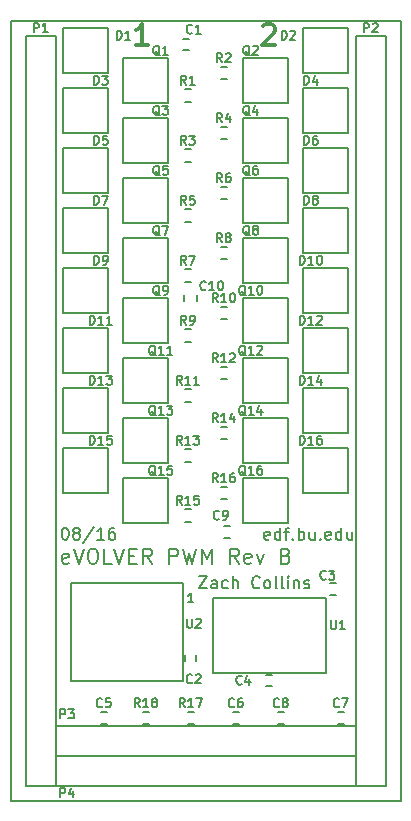
<source format=gbr>
G04 #@! TF.FileFunction,Legend,Top*
%FSLAX46Y46*%
G04 Gerber Fmt 4.6, Leading zero omitted, Abs format (unit mm)*
G04 Created by KiCad (PCBNEW 4.0.3+e1-6302~38~ubuntu14.04.1-stable) date Fri Aug 19 16:23:58 2016*
%MOMM*%
%LPD*%
G01*
G04 APERTURE LIST*
%ADD10C,0.100000*%
%ADD11C,0.203200*%
%ADD12C,0.190500*%
%ADD13C,0.300000*%
%ADD14C,0.150000*%
%ADD15C,0.127000*%
G04 APERTURE END LIST*
D10*
D11*
X169614549Y-118188619D02*
X170291882Y-118188619D01*
X169614549Y-119204619D01*
X170291882Y-119204619D01*
X171114358Y-119204619D02*
X171114358Y-118672429D01*
X171065977Y-118575667D01*
X170969215Y-118527286D01*
X170775692Y-118527286D01*
X170678930Y-118575667D01*
X171114358Y-119156238D02*
X171017596Y-119204619D01*
X170775692Y-119204619D01*
X170678930Y-119156238D01*
X170630549Y-119059476D01*
X170630549Y-118962714D01*
X170678930Y-118865952D01*
X170775692Y-118817571D01*
X171017596Y-118817571D01*
X171114358Y-118769190D01*
X172033596Y-119156238D02*
X171936834Y-119204619D01*
X171743311Y-119204619D01*
X171646549Y-119156238D01*
X171598168Y-119107857D01*
X171549787Y-119011095D01*
X171549787Y-118720810D01*
X171598168Y-118624048D01*
X171646549Y-118575667D01*
X171743311Y-118527286D01*
X171936834Y-118527286D01*
X172033596Y-118575667D01*
X172469025Y-119204619D02*
X172469025Y-118188619D01*
X172904453Y-119204619D02*
X172904453Y-118672429D01*
X172856072Y-118575667D01*
X172759310Y-118527286D01*
X172614168Y-118527286D01*
X172517406Y-118575667D01*
X172469025Y-118624048D01*
X174742929Y-119107857D02*
X174694548Y-119156238D01*
X174549405Y-119204619D01*
X174452643Y-119204619D01*
X174307501Y-119156238D01*
X174210739Y-119059476D01*
X174162358Y-118962714D01*
X174113977Y-118769190D01*
X174113977Y-118624048D01*
X174162358Y-118430524D01*
X174210739Y-118333762D01*
X174307501Y-118237000D01*
X174452643Y-118188619D01*
X174549405Y-118188619D01*
X174694548Y-118237000D01*
X174742929Y-118285381D01*
X175323501Y-119204619D02*
X175226739Y-119156238D01*
X175178358Y-119107857D01*
X175129977Y-119011095D01*
X175129977Y-118720810D01*
X175178358Y-118624048D01*
X175226739Y-118575667D01*
X175323501Y-118527286D01*
X175468643Y-118527286D01*
X175565405Y-118575667D01*
X175613786Y-118624048D01*
X175662167Y-118720810D01*
X175662167Y-119011095D01*
X175613786Y-119107857D01*
X175565405Y-119156238D01*
X175468643Y-119204619D01*
X175323501Y-119204619D01*
X176242739Y-119204619D02*
X176145977Y-119156238D01*
X176097596Y-119059476D01*
X176097596Y-118188619D01*
X176774929Y-119204619D02*
X176678167Y-119156238D01*
X176629786Y-119059476D01*
X176629786Y-118188619D01*
X177161976Y-119204619D02*
X177161976Y-118527286D01*
X177161976Y-118188619D02*
X177113595Y-118237000D01*
X177161976Y-118285381D01*
X177210357Y-118237000D01*
X177161976Y-118188619D01*
X177161976Y-118285381D01*
X177645786Y-118527286D02*
X177645786Y-119204619D01*
X177645786Y-118624048D02*
X177694167Y-118575667D01*
X177790929Y-118527286D01*
X177936071Y-118527286D01*
X178032833Y-118575667D01*
X178081214Y-118672429D01*
X178081214Y-119204619D01*
X178516643Y-119156238D02*
X178613405Y-119204619D01*
X178806929Y-119204619D01*
X178903690Y-119156238D01*
X178952071Y-119059476D01*
X178952071Y-119011095D01*
X178903690Y-118914333D01*
X178806929Y-118865952D01*
X178661786Y-118865952D01*
X178565024Y-118817571D01*
X178516643Y-118720810D01*
X178516643Y-118672429D01*
X178565024Y-118575667D01*
X178661786Y-118527286D01*
X178806929Y-118527286D01*
X178903690Y-118575667D01*
D12*
X158232929Y-114061119D02*
X158329690Y-114061119D01*
X158426452Y-114109500D01*
X158474833Y-114157881D01*
X158523214Y-114254643D01*
X158571595Y-114448167D01*
X158571595Y-114690071D01*
X158523214Y-114883595D01*
X158474833Y-114980357D01*
X158426452Y-115028738D01*
X158329690Y-115077119D01*
X158232929Y-115077119D01*
X158136167Y-115028738D01*
X158087786Y-114980357D01*
X158039405Y-114883595D01*
X157991024Y-114690071D01*
X157991024Y-114448167D01*
X158039405Y-114254643D01*
X158087786Y-114157881D01*
X158136167Y-114109500D01*
X158232929Y-114061119D01*
X159152167Y-114496548D02*
X159055405Y-114448167D01*
X159007024Y-114399786D01*
X158958643Y-114303024D01*
X158958643Y-114254643D01*
X159007024Y-114157881D01*
X159055405Y-114109500D01*
X159152167Y-114061119D01*
X159345690Y-114061119D01*
X159442452Y-114109500D01*
X159490833Y-114157881D01*
X159539214Y-114254643D01*
X159539214Y-114303024D01*
X159490833Y-114399786D01*
X159442452Y-114448167D01*
X159345690Y-114496548D01*
X159152167Y-114496548D01*
X159055405Y-114544929D01*
X159007024Y-114593310D01*
X158958643Y-114690071D01*
X158958643Y-114883595D01*
X159007024Y-114980357D01*
X159055405Y-115028738D01*
X159152167Y-115077119D01*
X159345690Y-115077119D01*
X159442452Y-115028738D01*
X159490833Y-114980357D01*
X159539214Y-114883595D01*
X159539214Y-114690071D01*
X159490833Y-114593310D01*
X159442452Y-114544929D01*
X159345690Y-114496548D01*
X160700357Y-114012738D02*
X159829500Y-115319024D01*
X161571214Y-115077119D02*
X160990643Y-115077119D01*
X161280929Y-115077119D02*
X161280929Y-114061119D01*
X161184167Y-114206262D01*
X161087405Y-114303024D01*
X160990643Y-114351405D01*
X162442071Y-114061119D02*
X162248548Y-114061119D01*
X162151786Y-114109500D01*
X162103405Y-114157881D01*
X162006643Y-114303024D01*
X161958262Y-114496548D01*
X161958262Y-114883595D01*
X162006643Y-114980357D01*
X162055024Y-115028738D01*
X162151786Y-115077119D01*
X162345309Y-115077119D01*
X162442071Y-115028738D01*
X162490452Y-114980357D01*
X162538833Y-114883595D01*
X162538833Y-114641690D01*
X162490452Y-114544929D01*
X162442071Y-114496548D01*
X162345309Y-114448167D01*
X162151786Y-114448167D01*
X162055024Y-114496548D01*
X162006643Y-114544929D01*
X161958262Y-114641690D01*
D11*
X175571452Y-115028738D02*
X175474690Y-115077119D01*
X175281167Y-115077119D01*
X175184405Y-115028738D01*
X175136024Y-114931976D01*
X175136024Y-114544929D01*
X175184405Y-114448167D01*
X175281167Y-114399786D01*
X175474690Y-114399786D01*
X175571452Y-114448167D01*
X175619833Y-114544929D01*
X175619833Y-114641690D01*
X175136024Y-114738452D01*
X176490690Y-115077119D02*
X176490690Y-114061119D01*
X176490690Y-115028738D02*
X176393928Y-115077119D01*
X176200405Y-115077119D01*
X176103643Y-115028738D01*
X176055262Y-114980357D01*
X176006881Y-114883595D01*
X176006881Y-114593310D01*
X176055262Y-114496548D01*
X176103643Y-114448167D01*
X176200405Y-114399786D01*
X176393928Y-114399786D01*
X176490690Y-114448167D01*
X176829357Y-114399786D02*
X177216405Y-114399786D01*
X176974500Y-115077119D02*
X176974500Y-114206262D01*
X177022881Y-114109500D01*
X177119643Y-114061119D01*
X177216405Y-114061119D01*
X177555071Y-114980357D02*
X177603452Y-115028738D01*
X177555071Y-115077119D01*
X177506690Y-115028738D01*
X177555071Y-114980357D01*
X177555071Y-115077119D01*
X178038881Y-115077119D02*
X178038881Y-114061119D01*
X178038881Y-114448167D02*
X178135643Y-114399786D01*
X178329166Y-114399786D01*
X178425928Y-114448167D01*
X178474309Y-114496548D01*
X178522690Y-114593310D01*
X178522690Y-114883595D01*
X178474309Y-114980357D01*
X178425928Y-115028738D01*
X178329166Y-115077119D01*
X178135643Y-115077119D01*
X178038881Y-115028738D01*
X179393547Y-114399786D02*
X179393547Y-115077119D01*
X178958119Y-114399786D02*
X178958119Y-114931976D01*
X179006500Y-115028738D01*
X179103262Y-115077119D01*
X179248404Y-115077119D01*
X179345166Y-115028738D01*
X179393547Y-114980357D01*
X179877357Y-114980357D02*
X179925738Y-115028738D01*
X179877357Y-115077119D01*
X179828976Y-115028738D01*
X179877357Y-114980357D01*
X179877357Y-115077119D01*
X180748214Y-115028738D02*
X180651452Y-115077119D01*
X180457929Y-115077119D01*
X180361167Y-115028738D01*
X180312786Y-114931976D01*
X180312786Y-114544929D01*
X180361167Y-114448167D01*
X180457929Y-114399786D01*
X180651452Y-114399786D01*
X180748214Y-114448167D01*
X180796595Y-114544929D01*
X180796595Y-114641690D01*
X180312786Y-114738452D01*
X181667452Y-115077119D02*
X181667452Y-114061119D01*
X181667452Y-115028738D02*
X181570690Y-115077119D01*
X181377167Y-115077119D01*
X181280405Y-115028738D01*
X181232024Y-114980357D01*
X181183643Y-114883595D01*
X181183643Y-114593310D01*
X181232024Y-114496548D01*
X181280405Y-114448167D01*
X181377167Y-114399786D01*
X181570690Y-114399786D01*
X181667452Y-114448167D01*
X182586690Y-114399786D02*
X182586690Y-115077119D01*
X182151262Y-114399786D02*
X182151262Y-114931976D01*
X182199643Y-115028738D01*
X182296405Y-115077119D01*
X182441547Y-115077119D01*
X182538309Y-115028738D01*
X182586690Y-114980357D01*
X158583690Y-117036548D02*
X158462738Y-117097024D01*
X158220833Y-117097024D01*
X158099881Y-117036548D01*
X158039405Y-116915595D01*
X158039405Y-116431786D01*
X158099881Y-116310833D01*
X158220833Y-116250357D01*
X158462738Y-116250357D01*
X158583690Y-116310833D01*
X158644167Y-116431786D01*
X158644167Y-116552738D01*
X158039405Y-116673690D01*
X159007023Y-115827024D02*
X159430357Y-117097024D01*
X159853690Y-115827024D01*
X160518928Y-115827024D02*
X160760832Y-115827024D01*
X160881785Y-115887500D01*
X161002737Y-116008452D01*
X161063213Y-116250357D01*
X161063213Y-116673690D01*
X161002737Y-116915595D01*
X160881785Y-117036548D01*
X160760832Y-117097024D01*
X160518928Y-117097024D01*
X160397975Y-117036548D01*
X160277023Y-116915595D01*
X160216547Y-116673690D01*
X160216547Y-116250357D01*
X160277023Y-116008452D01*
X160397975Y-115887500D01*
X160518928Y-115827024D01*
X162212261Y-117097024D02*
X161607499Y-117097024D01*
X161607499Y-115827024D01*
X162454165Y-115827024D02*
X162877499Y-117097024D01*
X163300832Y-115827024D01*
X163724165Y-116431786D02*
X164147498Y-116431786D01*
X164328927Y-117097024D02*
X163724165Y-117097024D01*
X163724165Y-115827024D01*
X164328927Y-115827024D01*
X165598927Y-117097024D02*
X165175594Y-116492262D01*
X164873213Y-117097024D02*
X164873213Y-115827024D01*
X165357022Y-115827024D01*
X165477975Y-115887500D01*
X165538451Y-115947976D01*
X165598927Y-116068929D01*
X165598927Y-116250357D01*
X165538451Y-116371310D01*
X165477975Y-116431786D01*
X165357022Y-116492262D01*
X164873213Y-116492262D01*
X167110832Y-117097024D02*
X167110832Y-115827024D01*
X167594641Y-115827024D01*
X167715594Y-115887500D01*
X167776070Y-115947976D01*
X167836546Y-116068929D01*
X167836546Y-116250357D01*
X167776070Y-116371310D01*
X167715594Y-116431786D01*
X167594641Y-116492262D01*
X167110832Y-116492262D01*
X168259880Y-115827024D02*
X168562261Y-117097024D01*
X168804165Y-116189881D01*
X169046070Y-117097024D01*
X169348451Y-115827024D01*
X169832261Y-117097024D02*
X169832261Y-115827024D01*
X170255594Y-116734167D01*
X170678928Y-115827024D01*
X170678928Y-117097024D01*
X172977023Y-117097024D02*
X172553690Y-116492262D01*
X172251309Y-117097024D02*
X172251309Y-115827024D01*
X172735118Y-115827024D01*
X172856071Y-115887500D01*
X172916547Y-115947976D01*
X172977023Y-116068929D01*
X172977023Y-116250357D01*
X172916547Y-116371310D01*
X172856071Y-116431786D01*
X172735118Y-116492262D01*
X172251309Y-116492262D01*
X174005118Y-117036548D02*
X173884166Y-117097024D01*
X173642261Y-117097024D01*
X173521309Y-117036548D01*
X173460833Y-116915595D01*
X173460833Y-116431786D01*
X173521309Y-116310833D01*
X173642261Y-116250357D01*
X173884166Y-116250357D01*
X174005118Y-116310833D01*
X174065595Y-116431786D01*
X174065595Y-116552738D01*
X173460833Y-116673690D01*
X174488928Y-116250357D02*
X174791309Y-117097024D01*
X175093689Y-116250357D01*
X176968451Y-116431786D02*
X177149880Y-116492262D01*
X177210356Y-116552738D01*
X177270832Y-116673690D01*
X177270832Y-116855119D01*
X177210356Y-116976071D01*
X177149880Y-117036548D01*
X177028927Y-117097024D01*
X176545118Y-117097024D01*
X176545118Y-115827024D01*
X176968451Y-115827024D01*
X177089404Y-115887500D01*
X177149880Y-115947976D01*
X177210356Y-116068929D01*
X177210356Y-116189881D01*
X177149880Y-116310833D01*
X177089404Y-116371310D01*
X176968451Y-116431786D01*
X176545118Y-116431786D01*
D13*
X175069501Y-71585667D02*
X175154167Y-71501000D01*
X175323501Y-71416333D01*
X175746834Y-71416333D01*
X175916167Y-71501000D01*
X176000834Y-71585667D01*
X176085501Y-71755000D01*
X176085501Y-71924333D01*
X176000834Y-72178333D01*
X174984834Y-73194333D01*
X176085501Y-73194333D01*
X165290501Y-73194333D02*
X164274501Y-73194333D01*
X164782501Y-73194333D02*
X164782501Y-71416333D01*
X164613167Y-71670333D01*
X164443834Y-71839667D01*
X164274501Y-71924333D01*
D14*
X153670000Y-71120000D02*
X186690000Y-71120000D01*
X153670000Y-137160000D02*
X186690000Y-137160000D01*
X153670000Y-137160000D02*
X153670000Y-71120000D01*
X186690000Y-71120000D02*
X186690000Y-137160000D01*
X171954000Y-90280000D02*
X171454000Y-90280000D01*
X171454000Y-91330000D02*
X171954000Y-91330000D01*
X168275000Y-127000000D02*
X168275000Y-118745000D01*
X168275000Y-118745000D02*
X158750000Y-118745000D01*
X158750000Y-118745000D02*
X158750000Y-127000000D01*
X158750000Y-127000000D02*
X168275000Y-127000000D01*
X161925000Y-80645000D02*
X161925000Y-76835000D01*
X161925000Y-76835000D02*
X158115000Y-76835000D01*
X158115000Y-76835000D02*
X158115000Y-80645000D01*
X158115000Y-80645000D02*
X161925000Y-80645000D01*
X168406000Y-83075000D02*
X168906000Y-83075000D01*
X168906000Y-82025000D02*
X168406000Y-82025000D01*
X168279000Y-73627000D02*
X168779000Y-73627000D01*
X168779000Y-72677000D02*
X168279000Y-72677000D01*
X168435000Y-124845000D02*
X168435000Y-125345000D01*
X169385000Y-125345000D02*
X169385000Y-124845000D01*
X181225000Y-118778000D02*
X180725000Y-118778000D01*
X180725000Y-119728000D02*
X181225000Y-119728000D01*
X175764000Y-126525000D02*
X175264000Y-126525000D01*
X175264000Y-127475000D02*
X175764000Y-127475000D01*
X168406000Y-77995000D02*
X168906000Y-77995000D01*
X168906000Y-76945000D02*
X168406000Y-76945000D01*
X171954000Y-75040000D02*
X171454000Y-75040000D01*
X171454000Y-76090000D02*
X171954000Y-76090000D01*
X171954000Y-80120000D02*
X171454000Y-80120000D01*
X171454000Y-81170000D02*
X171954000Y-81170000D01*
X168406000Y-88155000D02*
X168906000Y-88155000D01*
X168906000Y-87105000D02*
X168406000Y-87105000D01*
X171954000Y-85200000D02*
X171454000Y-85200000D01*
X171454000Y-86250000D02*
X171954000Y-86250000D01*
X168406000Y-93235000D02*
X168906000Y-93235000D01*
X168906000Y-92185000D02*
X168406000Y-92185000D01*
X168406000Y-98315000D02*
X168906000Y-98315000D01*
X168906000Y-97265000D02*
X168406000Y-97265000D01*
X171954000Y-95360000D02*
X171454000Y-95360000D01*
X171454000Y-96410000D02*
X171954000Y-96410000D01*
X168406000Y-103395000D02*
X168906000Y-103395000D01*
X168906000Y-102345000D02*
X168406000Y-102345000D01*
X171954000Y-100440000D02*
X171454000Y-100440000D01*
X171454000Y-101490000D02*
X171954000Y-101490000D01*
X168406000Y-108475000D02*
X168906000Y-108475000D01*
X168906000Y-107425000D02*
X168406000Y-107425000D01*
X171954000Y-105520000D02*
X171454000Y-105520000D01*
X171454000Y-106570000D02*
X171954000Y-106570000D01*
X168406000Y-113555000D02*
X168906000Y-113555000D01*
X168906000Y-112505000D02*
X168406000Y-112505000D01*
X171954000Y-110600000D02*
X171454000Y-110600000D01*
X171454000Y-111650000D02*
X171954000Y-111650000D01*
X169160000Y-129650000D02*
X168660000Y-129650000D01*
X168660000Y-130700000D02*
X169160000Y-130700000D01*
X170815000Y-126365000D02*
X180340000Y-126365000D01*
X180340000Y-126365000D02*
X180340000Y-120015000D01*
X180340000Y-120015000D02*
X170815000Y-120015000D01*
X170815000Y-120015000D02*
X170815000Y-126365000D01*
X161925000Y-75565000D02*
X161925000Y-71755000D01*
X161925000Y-71755000D02*
X158115000Y-71755000D01*
X158115000Y-71755000D02*
X158115000Y-75565000D01*
X158115000Y-75565000D02*
X161925000Y-75565000D01*
X182245000Y-75565000D02*
X182245000Y-71755000D01*
X182245000Y-71755000D02*
X178435000Y-71755000D01*
X178435000Y-71755000D02*
X178435000Y-75565000D01*
X178435000Y-75565000D02*
X182245000Y-75565000D01*
X161925000Y-85725000D02*
X161925000Y-81915000D01*
X161925000Y-81915000D02*
X158115000Y-81915000D01*
X158115000Y-81915000D02*
X158115000Y-85725000D01*
X158115000Y-85725000D02*
X161925000Y-85725000D01*
X182245000Y-85725000D02*
X182245000Y-81915000D01*
X182245000Y-81915000D02*
X178435000Y-81915000D01*
X178435000Y-81915000D02*
X178435000Y-85725000D01*
X178435000Y-85725000D02*
X182245000Y-85725000D01*
X161925000Y-90805000D02*
X161925000Y-86995000D01*
X161925000Y-86995000D02*
X158115000Y-86995000D01*
X158115000Y-86995000D02*
X158115000Y-90805000D01*
X158115000Y-90805000D02*
X161925000Y-90805000D01*
X182245000Y-90805000D02*
X182245000Y-86995000D01*
X182245000Y-86995000D02*
X178435000Y-86995000D01*
X178435000Y-86995000D02*
X178435000Y-90805000D01*
X178435000Y-90805000D02*
X182245000Y-90805000D01*
X161925000Y-95885000D02*
X161925000Y-92075000D01*
X161925000Y-92075000D02*
X158115000Y-92075000D01*
X158115000Y-92075000D02*
X158115000Y-95885000D01*
X158115000Y-95885000D02*
X161925000Y-95885000D01*
X182245000Y-95885000D02*
X182245000Y-92075000D01*
X182245000Y-92075000D02*
X178435000Y-92075000D01*
X178435000Y-92075000D02*
X178435000Y-95885000D01*
X178435000Y-95885000D02*
X182245000Y-95885000D01*
X161925000Y-100965000D02*
X161925000Y-97155000D01*
X161925000Y-97155000D02*
X158115000Y-97155000D01*
X158115000Y-97155000D02*
X158115000Y-100965000D01*
X158115000Y-100965000D02*
X161925000Y-100965000D01*
X182245000Y-100965000D02*
X182245000Y-97155000D01*
X182245000Y-97155000D02*
X178435000Y-97155000D01*
X178435000Y-97155000D02*
X178435000Y-100965000D01*
X178435000Y-100965000D02*
X182245000Y-100965000D01*
X161925000Y-106045000D02*
X161925000Y-102235000D01*
X161925000Y-102235000D02*
X158115000Y-102235000D01*
X158115000Y-102235000D02*
X158115000Y-106045000D01*
X158115000Y-106045000D02*
X161925000Y-106045000D01*
X161925000Y-111125000D02*
X161925000Y-107315000D01*
X161925000Y-107315000D02*
X158115000Y-107315000D01*
X158115000Y-107315000D02*
X158115000Y-111125000D01*
X158115000Y-111125000D02*
X161925000Y-111125000D01*
X182245000Y-111125000D02*
X182245000Y-107315000D01*
X182245000Y-107315000D02*
X178435000Y-107315000D01*
X178435000Y-107315000D02*
X178435000Y-111125000D01*
X178435000Y-111125000D02*
X182245000Y-111125000D01*
X167005000Y-74295000D02*
X163195000Y-74295000D01*
X163195000Y-74295000D02*
X163195000Y-78105000D01*
X163195000Y-78105000D02*
X167005000Y-78105000D01*
X167005000Y-78105000D02*
X167005000Y-74295000D01*
X173355000Y-78105000D02*
X177165000Y-78105000D01*
X177165000Y-78105000D02*
X177165000Y-74295000D01*
X177165000Y-74295000D02*
X173355000Y-74295000D01*
X173355000Y-74295000D02*
X173355000Y-78105000D01*
X167005000Y-79375000D02*
X163195000Y-79375000D01*
X163195000Y-79375000D02*
X163195000Y-83185000D01*
X163195000Y-83185000D02*
X167005000Y-83185000D01*
X167005000Y-83185000D02*
X167005000Y-79375000D01*
X173355000Y-83185000D02*
X177165000Y-83185000D01*
X177165000Y-83185000D02*
X177165000Y-79375000D01*
X177165000Y-79375000D02*
X173355000Y-79375000D01*
X173355000Y-79375000D02*
X173355000Y-83185000D01*
X167005000Y-84455000D02*
X163195000Y-84455000D01*
X163195000Y-84455000D02*
X163195000Y-88265000D01*
X163195000Y-88265000D02*
X167005000Y-88265000D01*
X167005000Y-88265000D02*
X167005000Y-84455000D01*
X173355000Y-88265000D02*
X177165000Y-88265000D01*
X177165000Y-88265000D02*
X177165000Y-84455000D01*
X177165000Y-84455000D02*
X173355000Y-84455000D01*
X173355000Y-84455000D02*
X173355000Y-88265000D01*
X167005000Y-89535000D02*
X163195000Y-89535000D01*
X163195000Y-89535000D02*
X163195000Y-93345000D01*
X163195000Y-93345000D02*
X167005000Y-93345000D01*
X167005000Y-93345000D02*
X167005000Y-89535000D01*
X173355000Y-93345000D02*
X177165000Y-93345000D01*
X177165000Y-93345000D02*
X177165000Y-89535000D01*
X177165000Y-89535000D02*
X173355000Y-89535000D01*
X173355000Y-89535000D02*
X173355000Y-93345000D01*
X167005000Y-94615000D02*
X163195000Y-94615000D01*
X163195000Y-94615000D02*
X163195000Y-98425000D01*
X163195000Y-98425000D02*
X167005000Y-98425000D01*
X167005000Y-98425000D02*
X167005000Y-94615000D01*
X173355000Y-98425000D02*
X177165000Y-98425000D01*
X177165000Y-98425000D02*
X177165000Y-94615000D01*
X177165000Y-94615000D02*
X173355000Y-94615000D01*
X173355000Y-94615000D02*
X173355000Y-98425000D01*
X167005000Y-99695000D02*
X163195000Y-99695000D01*
X163195000Y-99695000D02*
X163195000Y-103505000D01*
X163195000Y-103505000D02*
X167005000Y-103505000D01*
X167005000Y-103505000D02*
X167005000Y-99695000D01*
X173355000Y-103505000D02*
X177165000Y-103505000D01*
X177165000Y-103505000D02*
X177165000Y-99695000D01*
X177165000Y-99695000D02*
X173355000Y-99695000D01*
X173355000Y-99695000D02*
X173355000Y-103505000D01*
X167005000Y-104775000D02*
X163195000Y-104775000D01*
X163195000Y-104775000D02*
X163195000Y-108585000D01*
X163195000Y-108585000D02*
X167005000Y-108585000D01*
X167005000Y-108585000D02*
X167005000Y-104775000D01*
X173355000Y-108585000D02*
X177165000Y-108585000D01*
X177165000Y-108585000D02*
X177165000Y-104775000D01*
X177165000Y-104775000D02*
X173355000Y-104775000D01*
X173355000Y-104775000D02*
X173355000Y-108585000D01*
X167005000Y-109855000D02*
X163195000Y-109855000D01*
X163195000Y-109855000D02*
X163195000Y-113665000D01*
X163195000Y-113665000D02*
X167005000Y-113665000D01*
X167005000Y-113665000D02*
X167005000Y-109855000D01*
X173355000Y-113665000D02*
X177165000Y-113665000D01*
X177165000Y-113665000D02*
X177165000Y-109855000D01*
X177165000Y-109855000D02*
X173355000Y-109855000D01*
X173355000Y-109855000D02*
X173355000Y-113665000D01*
X161294000Y-130650000D02*
X161794000Y-130650000D01*
X161794000Y-129700000D02*
X161294000Y-129700000D01*
X182245000Y-80645000D02*
X182245000Y-76835000D01*
X182245000Y-76835000D02*
X178435000Y-76835000D01*
X178435000Y-76835000D02*
X178435000Y-80645000D01*
X178435000Y-80645000D02*
X182245000Y-80645000D01*
X172970000Y-129700000D02*
X172470000Y-129700000D01*
X172470000Y-130650000D02*
X172970000Y-130650000D01*
X181360000Y-130650000D02*
X181860000Y-130650000D01*
X181860000Y-129700000D02*
X181360000Y-129700000D01*
X176780000Y-129700000D02*
X176280000Y-129700000D01*
X176280000Y-130650000D02*
X176780000Y-130650000D01*
X172208000Y-113952000D02*
X171708000Y-113952000D01*
X171708000Y-114902000D02*
X172208000Y-114902000D01*
X182245000Y-106045000D02*
X182245000Y-102235000D01*
X182245000Y-102235000D02*
X178435000Y-102235000D01*
X178435000Y-102235000D02*
X178435000Y-106045000D01*
X178435000Y-106045000D02*
X182245000Y-106045000D01*
X164850000Y-130700000D02*
X165350000Y-130700000D01*
X165350000Y-129650000D02*
X164850000Y-129650000D01*
X168385000Y-94365000D02*
X168385000Y-94865000D01*
X169435000Y-94865000D02*
X169435000Y-94365000D01*
X154940000Y-72390000D02*
X154940000Y-135890000D01*
X157480000Y-135890000D02*
X157480000Y-72390000D01*
X154940000Y-72390000D02*
X157480000Y-72390000D01*
X154940000Y-135890000D02*
X157480000Y-135890000D01*
X182880000Y-72390000D02*
X182880000Y-135890000D01*
X185420000Y-135890000D02*
X185420000Y-72390000D01*
X182880000Y-72390000D02*
X185420000Y-72390000D01*
X182880000Y-135890000D02*
X185420000Y-135890000D01*
X182880000Y-130810000D02*
X157480000Y-130810000D01*
X157480000Y-133350000D02*
X182880000Y-133350000D01*
X157480000Y-130810000D02*
X157480000Y-133350000D01*
X182880000Y-130810000D02*
X182880000Y-133350000D01*
X157480000Y-135890000D02*
X182880000Y-135890000D01*
X182880000Y-133350000D02*
X157480000Y-133350000D01*
X182880000Y-135890000D02*
X182880000Y-133350000D01*
X157480000Y-135890000D02*
X157480000Y-133350000D01*
D15*
X171577000Y-89879714D02*
X171323000Y-89516857D01*
X171141572Y-89879714D02*
X171141572Y-89117714D01*
X171431857Y-89117714D01*
X171504429Y-89154000D01*
X171540714Y-89190286D01*
X171577000Y-89262857D01*
X171577000Y-89371714D01*
X171540714Y-89444286D01*
X171504429Y-89480571D01*
X171431857Y-89516857D01*
X171141572Y-89516857D01*
X172012429Y-89444286D02*
X171939857Y-89408000D01*
X171903572Y-89371714D01*
X171867286Y-89299143D01*
X171867286Y-89262857D01*
X171903572Y-89190286D01*
X171939857Y-89154000D01*
X172012429Y-89117714D01*
X172157572Y-89117714D01*
X172230143Y-89154000D01*
X172266429Y-89190286D01*
X172302714Y-89262857D01*
X172302714Y-89299143D01*
X172266429Y-89371714D01*
X172230143Y-89408000D01*
X172157572Y-89444286D01*
X172012429Y-89444286D01*
X171939857Y-89480571D01*
X171903572Y-89516857D01*
X171867286Y-89589429D01*
X171867286Y-89734571D01*
X171903572Y-89807143D01*
X171939857Y-89843429D01*
X172012429Y-89879714D01*
X172157572Y-89879714D01*
X172230143Y-89843429D01*
X172266429Y-89807143D01*
X172302714Y-89734571D01*
X172302714Y-89589429D01*
X172266429Y-89516857D01*
X172230143Y-89480571D01*
X172157572Y-89444286D01*
X168583429Y-121756714D02*
X168583429Y-122373571D01*
X168619714Y-122446143D01*
X168656000Y-122482429D01*
X168728571Y-122518714D01*
X168873714Y-122518714D01*
X168946286Y-122482429D01*
X168982571Y-122446143D01*
X169018857Y-122373571D01*
X169018857Y-121756714D01*
X169345429Y-121829286D02*
X169381715Y-121793000D01*
X169454286Y-121756714D01*
X169635715Y-121756714D01*
X169708286Y-121793000D01*
X169744572Y-121829286D01*
X169780857Y-121901857D01*
X169780857Y-121974429D01*
X169744572Y-122083286D01*
X169309143Y-122518714D01*
X169780857Y-122518714D01*
X169127714Y-120359714D02*
X168692286Y-120359714D01*
X168910000Y-120359714D02*
X168910000Y-119597714D01*
X168837429Y-119706571D01*
X168764857Y-119779143D01*
X168692286Y-119815429D01*
X160727572Y-76544714D02*
X160727572Y-75782714D01*
X160909000Y-75782714D01*
X161017857Y-75819000D01*
X161090429Y-75891571D01*
X161126714Y-75964143D01*
X161163000Y-76109286D01*
X161163000Y-76218143D01*
X161126714Y-76363286D01*
X161090429Y-76435857D01*
X161017857Y-76508429D01*
X160909000Y-76544714D01*
X160727572Y-76544714D01*
X161417000Y-75782714D02*
X161888714Y-75782714D01*
X161634714Y-76073000D01*
X161743572Y-76073000D01*
X161816143Y-76109286D01*
X161852429Y-76145571D01*
X161888714Y-76218143D01*
X161888714Y-76399571D01*
X161852429Y-76472143D01*
X161816143Y-76508429D01*
X161743572Y-76544714D01*
X161525857Y-76544714D01*
X161453286Y-76508429D01*
X161417000Y-76472143D01*
X168529000Y-81624714D02*
X168275000Y-81261857D01*
X168093572Y-81624714D02*
X168093572Y-80862714D01*
X168383857Y-80862714D01*
X168456429Y-80899000D01*
X168492714Y-80935286D01*
X168529000Y-81007857D01*
X168529000Y-81116714D01*
X168492714Y-81189286D01*
X168456429Y-81225571D01*
X168383857Y-81261857D01*
X168093572Y-81261857D01*
X168783000Y-80862714D02*
X169254714Y-80862714D01*
X169000714Y-81153000D01*
X169109572Y-81153000D01*
X169182143Y-81189286D01*
X169218429Y-81225571D01*
X169254714Y-81298143D01*
X169254714Y-81479571D01*
X169218429Y-81552143D01*
X169182143Y-81588429D01*
X169109572Y-81624714D01*
X168891857Y-81624714D01*
X168819286Y-81588429D01*
X168783000Y-81552143D01*
X169037000Y-72154143D02*
X169000714Y-72190429D01*
X168891857Y-72226714D01*
X168819286Y-72226714D01*
X168710429Y-72190429D01*
X168637857Y-72117857D01*
X168601572Y-72045286D01*
X168565286Y-71900143D01*
X168565286Y-71791286D01*
X168601572Y-71646143D01*
X168637857Y-71573571D01*
X168710429Y-71501000D01*
X168819286Y-71464714D01*
X168891857Y-71464714D01*
X169000714Y-71501000D01*
X169037000Y-71537286D01*
X169762714Y-72226714D02*
X169327286Y-72226714D01*
X169545000Y-72226714D02*
X169545000Y-71464714D01*
X169472429Y-71573571D01*
X169399857Y-71646143D01*
X169327286Y-71682429D01*
X169037000Y-127145143D02*
X169000714Y-127181429D01*
X168891857Y-127217714D01*
X168819286Y-127217714D01*
X168710429Y-127181429D01*
X168637857Y-127108857D01*
X168601572Y-127036286D01*
X168565286Y-126891143D01*
X168565286Y-126782286D01*
X168601572Y-126637143D01*
X168637857Y-126564571D01*
X168710429Y-126492000D01*
X168819286Y-126455714D01*
X168891857Y-126455714D01*
X169000714Y-126492000D01*
X169037000Y-126528286D01*
X169327286Y-126528286D02*
X169363572Y-126492000D01*
X169436143Y-126455714D01*
X169617572Y-126455714D01*
X169690143Y-126492000D01*
X169726429Y-126528286D01*
X169762714Y-126600857D01*
X169762714Y-126673429D01*
X169726429Y-126782286D01*
X169291000Y-127217714D01*
X169762714Y-127217714D01*
X180340000Y-118382143D02*
X180303714Y-118418429D01*
X180194857Y-118454714D01*
X180122286Y-118454714D01*
X180013429Y-118418429D01*
X179940857Y-118345857D01*
X179904572Y-118273286D01*
X179868286Y-118128143D01*
X179868286Y-118019286D01*
X179904572Y-117874143D01*
X179940857Y-117801571D01*
X180013429Y-117729000D01*
X180122286Y-117692714D01*
X180194857Y-117692714D01*
X180303714Y-117729000D01*
X180340000Y-117765286D01*
X180594000Y-117692714D02*
X181065714Y-117692714D01*
X180811714Y-117983000D01*
X180920572Y-117983000D01*
X180993143Y-118019286D01*
X181029429Y-118055571D01*
X181065714Y-118128143D01*
X181065714Y-118309571D01*
X181029429Y-118382143D01*
X180993143Y-118418429D01*
X180920572Y-118454714D01*
X180702857Y-118454714D01*
X180630286Y-118418429D01*
X180594000Y-118382143D01*
X173228000Y-127272143D02*
X173191714Y-127308429D01*
X173082857Y-127344714D01*
X173010286Y-127344714D01*
X172901429Y-127308429D01*
X172828857Y-127235857D01*
X172792572Y-127163286D01*
X172756286Y-127018143D01*
X172756286Y-126909286D01*
X172792572Y-126764143D01*
X172828857Y-126691571D01*
X172901429Y-126619000D01*
X173010286Y-126582714D01*
X173082857Y-126582714D01*
X173191714Y-126619000D01*
X173228000Y-126655286D01*
X173881143Y-126836714D02*
X173881143Y-127344714D01*
X173699714Y-126546429D02*
X173518286Y-127090714D01*
X173990000Y-127090714D01*
X168529000Y-76544714D02*
X168275000Y-76181857D01*
X168093572Y-76544714D02*
X168093572Y-75782714D01*
X168383857Y-75782714D01*
X168456429Y-75819000D01*
X168492714Y-75855286D01*
X168529000Y-75927857D01*
X168529000Y-76036714D01*
X168492714Y-76109286D01*
X168456429Y-76145571D01*
X168383857Y-76181857D01*
X168093572Y-76181857D01*
X169254714Y-76544714D02*
X168819286Y-76544714D01*
X169037000Y-76544714D02*
X169037000Y-75782714D01*
X168964429Y-75891571D01*
X168891857Y-75964143D01*
X168819286Y-76000429D01*
X171577000Y-74639714D02*
X171323000Y-74276857D01*
X171141572Y-74639714D02*
X171141572Y-73877714D01*
X171431857Y-73877714D01*
X171504429Y-73914000D01*
X171540714Y-73950286D01*
X171577000Y-74022857D01*
X171577000Y-74131714D01*
X171540714Y-74204286D01*
X171504429Y-74240571D01*
X171431857Y-74276857D01*
X171141572Y-74276857D01*
X171867286Y-73950286D02*
X171903572Y-73914000D01*
X171976143Y-73877714D01*
X172157572Y-73877714D01*
X172230143Y-73914000D01*
X172266429Y-73950286D01*
X172302714Y-74022857D01*
X172302714Y-74095429D01*
X172266429Y-74204286D01*
X171831000Y-74639714D01*
X172302714Y-74639714D01*
X171577000Y-79719714D02*
X171323000Y-79356857D01*
X171141572Y-79719714D02*
X171141572Y-78957714D01*
X171431857Y-78957714D01*
X171504429Y-78994000D01*
X171540714Y-79030286D01*
X171577000Y-79102857D01*
X171577000Y-79211714D01*
X171540714Y-79284286D01*
X171504429Y-79320571D01*
X171431857Y-79356857D01*
X171141572Y-79356857D01*
X172230143Y-79211714D02*
X172230143Y-79719714D01*
X172048714Y-78921429D02*
X171867286Y-79465714D01*
X172339000Y-79465714D01*
X168529000Y-86704714D02*
X168275000Y-86341857D01*
X168093572Y-86704714D02*
X168093572Y-85942714D01*
X168383857Y-85942714D01*
X168456429Y-85979000D01*
X168492714Y-86015286D01*
X168529000Y-86087857D01*
X168529000Y-86196714D01*
X168492714Y-86269286D01*
X168456429Y-86305571D01*
X168383857Y-86341857D01*
X168093572Y-86341857D01*
X169218429Y-85942714D02*
X168855572Y-85942714D01*
X168819286Y-86305571D01*
X168855572Y-86269286D01*
X168928143Y-86233000D01*
X169109572Y-86233000D01*
X169182143Y-86269286D01*
X169218429Y-86305571D01*
X169254714Y-86378143D01*
X169254714Y-86559571D01*
X169218429Y-86632143D01*
X169182143Y-86668429D01*
X169109572Y-86704714D01*
X168928143Y-86704714D01*
X168855572Y-86668429D01*
X168819286Y-86632143D01*
X171577000Y-84799714D02*
X171323000Y-84436857D01*
X171141572Y-84799714D02*
X171141572Y-84037714D01*
X171431857Y-84037714D01*
X171504429Y-84074000D01*
X171540714Y-84110286D01*
X171577000Y-84182857D01*
X171577000Y-84291714D01*
X171540714Y-84364286D01*
X171504429Y-84400571D01*
X171431857Y-84436857D01*
X171141572Y-84436857D01*
X172230143Y-84037714D02*
X172085000Y-84037714D01*
X172012429Y-84074000D01*
X171976143Y-84110286D01*
X171903572Y-84219143D01*
X171867286Y-84364286D01*
X171867286Y-84654571D01*
X171903572Y-84727143D01*
X171939857Y-84763429D01*
X172012429Y-84799714D01*
X172157572Y-84799714D01*
X172230143Y-84763429D01*
X172266429Y-84727143D01*
X172302714Y-84654571D01*
X172302714Y-84473143D01*
X172266429Y-84400571D01*
X172230143Y-84364286D01*
X172157572Y-84328000D01*
X172012429Y-84328000D01*
X171939857Y-84364286D01*
X171903572Y-84400571D01*
X171867286Y-84473143D01*
X168529000Y-91784714D02*
X168275000Y-91421857D01*
X168093572Y-91784714D02*
X168093572Y-91022714D01*
X168383857Y-91022714D01*
X168456429Y-91059000D01*
X168492714Y-91095286D01*
X168529000Y-91167857D01*
X168529000Y-91276714D01*
X168492714Y-91349286D01*
X168456429Y-91385571D01*
X168383857Y-91421857D01*
X168093572Y-91421857D01*
X168783000Y-91022714D02*
X169291000Y-91022714D01*
X168964429Y-91784714D01*
X168529000Y-96864714D02*
X168275000Y-96501857D01*
X168093572Y-96864714D02*
X168093572Y-96102714D01*
X168383857Y-96102714D01*
X168456429Y-96139000D01*
X168492714Y-96175286D01*
X168529000Y-96247857D01*
X168529000Y-96356714D01*
X168492714Y-96429286D01*
X168456429Y-96465571D01*
X168383857Y-96501857D01*
X168093572Y-96501857D01*
X168891857Y-96864714D02*
X169037000Y-96864714D01*
X169109572Y-96828429D01*
X169145857Y-96792143D01*
X169218429Y-96683286D01*
X169254714Y-96538143D01*
X169254714Y-96247857D01*
X169218429Y-96175286D01*
X169182143Y-96139000D01*
X169109572Y-96102714D01*
X168964429Y-96102714D01*
X168891857Y-96139000D01*
X168855572Y-96175286D01*
X168819286Y-96247857D01*
X168819286Y-96429286D01*
X168855572Y-96501857D01*
X168891857Y-96538143D01*
X168964429Y-96574429D01*
X169109572Y-96574429D01*
X169182143Y-96538143D01*
X169218429Y-96501857D01*
X169254714Y-96429286D01*
X171214143Y-94959714D02*
X170960143Y-94596857D01*
X170778715Y-94959714D02*
X170778715Y-94197714D01*
X171069000Y-94197714D01*
X171141572Y-94234000D01*
X171177857Y-94270286D01*
X171214143Y-94342857D01*
X171214143Y-94451714D01*
X171177857Y-94524286D01*
X171141572Y-94560571D01*
X171069000Y-94596857D01*
X170778715Y-94596857D01*
X171939857Y-94959714D02*
X171504429Y-94959714D01*
X171722143Y-94959714D02*
X171722143Y-94197714D01*
X171649572Y-94306571D01*
X171577000Y-94379143D01*
X171504429Y-94415429D01*
X172411571Y-94197714D02*
X172484143Y-94197714D01*
X172556714Y-94234000D01*
X172593000Y-94270286D01*
X172629286Y-94342857D01*
X172665571Y-94488000D01*
X172665571Y-94669429D01*
X172629286Y-94814571D01*
X172593000Y-94887143D01*
X172556714Y-94923429D01*
X172484143Y-94959714D01*
X172411571Y-94959714D01*
X172339000Y-94923429D01*
X172302714Y-94887143D01*
X172266429Y-94814571D01*
X172230143Y-94669429D01*
X172230143Y-94488000D01*
X172266429Y-94342857D01*
X172302714Y-94270286D01*
X172339000Y-94234000D01*
X172411571Y-94197714D01*
X168166143Y-101944714D02*
X167912143Y-101581857D01*
X167730715Y-101944714D02*
X167730715Y-101182714D01*
X168021000Y-101182714D01*
X168093572Y-101219000D01*
X168129857Y-101255286D01*
X168166143Y-101327857D01*
X168166143Y-101436714D01*
X168129857Y-101509286D01*
X168093572Y-101545571D01*
X168021000Y-101581857D01*
X167730715Y-101581857D01*
X168891857Y-101944714D02*
X168456429Y-101944714D01*
X168674143Y-101944714D02*
X168674143Y-101182714D01*
X168601572Y-101291571D01*
X168529000Y-101364143D01*
X168456429Y-101400429D01*
X169617571Y-101944714D02*
X169182143Y-101944714D01*
X169399857Y-101944714D02*
X169399857Y-101182714D01*
X169327286Y-101291571D01*
X169254714Y-101364143D01*
X169182143Y-101400429D01*
X171214143Y-100039714D02*
X170960143Y-99676857D01*
X170778715Y-100039714D02*
X170778715Y-99277714D01*
X171069000Y-99277714D01*
X171141572Y-99314000D01*
X171177857Y-99350286D01*
X171214143Y-99422857D01*
X171214143Y-99531714D01*
X171177857Y-99604286D01*
X171141572Y-99640571D01*
X171069000Y-99676857D01*
X170778715Y-99676857D01*
X171939857Y-100039714D02*
X171504429Y-100039714D01*
X171722143Y-100039714D02*
X171722143Y-99277714D01*
X171649572Y-99386571D01*
X171577000Y-99459143D01*
X171504429Y-99495429D01*
X172230143Y-99350286D02*
X172266429Y-99314000D01*
X172339000Y-99277714D01*
X172520429Y-99277714D01*
X172593000Y-99314000D01*
X172629286Y-99350286D01*
X172665571Y-99422857D01*
X172665571Y-99495429D01*
X172629286Y-99604286D01*
X172193857Y-100039714D01*
X172665571Y-100039714D01*
X168166143Y-107024714D02*
X167912143Y-106661857D01*
X167730715Y-107024714D02*
X167730715Y-106262714D01*
X168021000Y-106262714D01*
X168093572Y-106299000D01*
X168129857Y-106335286D01*
X168166143Y-106407857D01*
X168166143Y-106516714D01*
X168129857Y-106589286D01*
X168093572Y-106625571D01*
X168021000Y-106661857D01*
X167730715Y-106661857D01*
X168891857Y-107024714D02*
X168456429Y-107024714D01*
X168674143Y-107024714D02*
X168674143Y-106262714D01*
X168601572Y-106371571D01*
X168529000Y-106444143D01*
X168456429Y-106480429D01*
X169145857Y-106262714D02*
X169617571Y-106262714D01*
X169363571Y-106553000D01*
X169472429Y-106553000D01*
X169545000Y-106589286D01*
X169581286Y-106625571D01*
X169617571Y-106698143D01*
X169617571Y-106879571D01*
X169581286Y-106952143D01*
X169545000Y-106988429D01*
X169472429Y-107024714D01*
X169254714Y-107024714D01*
X169182143Y-106988429D01*
X169145857Y-106952143D01*
X171214143Y-105119714D02*
X170960143Y-104756857D01*
X170778715Y-105119714D02*
X170778715Y-104357714D01*
X171069000Y-104357714D01*
X171141572Y-104394000D01*
X171177857Y-104430286D01*
X171214143Y-104502857D01*
X171214143Y-104611714D01*
X171177857Y-104684286D01*
X171141572Y-104720571D01*
X171069000Y-104756857D01*
X170778715Y-104756857D01*
X171939857Y-105119714D02*
X171504429Y-105119714D01*
X171722143Y-105119714D02*
X171722143Y-104357714D01*
X171649572Y-104466571D01*
X171577000Y-104539143D01*
X171504429Y-104575429D01*
X172593000Y-104611714D02*
X172593000Y-105119714D01*
X172411571Y-104321429D02*
X172230143Y-104865714D01*
X172701857Y-104865714D01*
X168166143Y-112104714D02*
X167912143Y-111741857D01*
X167730715Y-112104714D02*
X167730715Y-111342714D01*
X168021000Y-111342714D01*
X168093572Y-111379000D01*
X168129857Y-111415286D01*
X168166143Y-111487857D01*
X168166143Y-111596714D01*
X168129857Y-111669286D01*
X168093572Y-111705571D01*
X168021000Y-111741857D01*
X167730715Y-111741857D01*
X168891857Y-112104714D02*
X168456429Y-112104714D01*
X168674143Y-112104714D02*
X168674143Y-111342714D01*
X168601572Y-111451571D01*
X168529000Y-111524143D01*
X168456429Y-111560429D01*
X169581286Y-111342714D02*
X169218429Y-111342714D01*
X169182143Y-111705571D01*
X169218429Y-111669286D01*
X169291000Y-111633000D01*
X169472429Y-111633000D01*
X169545000Y-111669286D01*
X169581286Y-111705571D01*
X169617571Y-111778143D01*
X169617571Y-111959571D01*
X169581286Y-112032143D01*
X169545000Y-112068429D01*
X169472429Y-112104714D01*
X169291000Y-112104714D01*
X169218429Y-112068429D01*
X169182143Y-112032143D01*
X171214143Y-110199714D02*
X170960143Y-109836857D01*
X170778715Y-110199714D02*
X170778715Y-109437714D01*
X171069000Y-109437714D01*
X171141572Y-109474000D01*
X171177857Y-109510286D01*
X171214143Y-109582857D01*
X171214143Y-109691714D01*
X171177857Y-109764286D01*
X171141572Y-109800571D01*
X171069000Y-109836857D01*
X170778715Y-109836857D01*
X171939857Y-110199714D02*
X171504429Y-110199714D01*
X171722143Y-110199714D02*
X171722143Y-109437714D01*
X171649572Y-109546571D01*
X171577000Y-109619143D01*
X171504429Y-109655429D01*
X172593000Y-109437714D02*
X172447857Y-109437714D01*
X172375286Y-109474000D01*
X172339000Y-109510286D01*
X172266429Y-109619143D01*
X172230143Y-109764286D01*
X172230143Y-110054571D01*
X172266429Y-110127143D01*
X172302714Y-110163429D01*
X172375286Y-110199714D01*
X172520429Y-110199714D01*
X172593000Y-110163429D01*
X172629286Y-110127143D01*
X172665571Y-110054571D01*
X172665571Y-109873143D01*
X172629286Y-109800571D01*
X172593000Y-109764286D01*
X172520429Y-109728000D01*
X172375286Y-109728000D01*
X172302714Y-109764286D01*
X172266429Y-109800571D01*
X172230143Y-109873143D01*
X168420143Y-129249714D02*
X168166143Y-128886857D01*
X167984715Y-129249714D02*
X167984715Y-128487714D01*
X168275000Y-128487714D01*
X168347572Y-128524000D01*
X168383857Y-128560286D01*
X168420143Y-128632857D01*
X168420143Y-128741714D01*
X168383857Y-128814286D01*
X168347572Y-128850571D01*
X168275000Y-128886857D01*
X167984715Y-128886857D01*
X169145857Y-129249714D02*
X168710429Y-129249714D01*
X168928143Y-129249714D02*
X168928143Y-128487714D01*
X168855572Y-128596571D01*
X168783000Y-128669143D01*
X168710429Y-128705429D01*
X169399857Y-128487714D02*
X169907857Y-128487714D01*
X169581286Y-129249714D01*
X180775429Y-121883714D02*
X180775429Y-122500571D01*
X180811714Y-122573143D01*
X180848000Y-122609429D01*
X180920571Y-122645714D01*
X181065714Y-122645714D01*
X181138286Y-122609429D01*
X181174571Y-122573143D01*
X181210857Y-122500571D01*
X181210857Y-121883714D01*
X181972857Y-122645714D02*
X181537429Y-122645714D01*
X181755143Y-122645714D02*
X181755143Y-121883714D01*
X181682572Y-121992571D01*
X181610000Y-122065143D01*
X181537429Y-122101429D01*
X162632572Y-72734714D02*
X162632572Y-71972714D01*
X162814000Y-71972714D01*
X162922857Y-72009000D01*
X162995429Y-72081571D01*
X163031714Y-72154143D01*
X163068000Y-72299286D01*
X163068000Y-72408143D01*
X163031714Y-72553286D01*
X162995429Y-72625857D01*
X162922857Y-72698429D01*
X162814000Y-72734714D01*
X162632572Y-72734714D01*
X163793714Y-72734714D02*
X163358286Y-72734714D01*
X163576000Y-72734714D02*
X163576000Y-71972714D01*
X163503429Y-72081571D01*
X163430857Y-72154143D01*
X163358286Y-72190429D01*
X176602572Y-72734714D02*
X176602572Y-71972714D01*
X176784000Y-71972714D01*
X176892857Y-72009000D01*
X176965429Y-72081571D01*
X177001714Y-72154143D01*
X177038000Y-72299286D01*
X177038000Y-72408143D01*
X177001714Y-72553286D01*
X176965429Y-72625857D01*
X176892857Y-72698429D01*
X176784000Y-72734714D01*
X176602572Y-72734714D01*
X177328286Y-72045286D02*
X177364572Y-72009000D01*
X177437143Y-71972714D01*
X177618572Y-71972714D01*
X177691143Y-72009000D01*
X177727429Y-72045286D01*
X177763714Y-72117857D01*
X177763714Y-72190429D01*
X177727429Y-72299286D01*
X177292000Y-72734714D01*
X177763714Y-72734714D01*
X160727572Y-81624714D02*
X160727572Y-80862714D01*
X160909000Y-80862714D01*
X161017857Y-80899000D01*
X161090429Y-80971571D01*
X161126714Y-81044143D01*
X161163000Y-81189286D01*
X161163000Y-81298143D01*
X161126714Y-81443286D01*
X161090429Y-81515857D01*
X161017857Y-81588429D01*
X160909000Y-81624714D01*
X160727572Y-81624714D01*
X161852429Y-80862714D02*
X161489572Y-80862714D01*
X161453286Y-81225571D01*
X161489572Y-81189286D01*
X161562143Y-81153000D01*
X161743572Y-81153000D01*
X161816143Y-81189286D01*
X161852429Y-81225571D01*
X161888714Y-81298143D01*
X161888714Y-81479571D01*
X161852429Y-81552143D01*
X161816143Y-81588429D01*
X161743572Y-81624714D01*
X161562143Y-81624714D01*
X161489572Y-81588429D01*
X161453286Y-81552143D01*
X178507572Y-81624714D02*
X178507572Y-80862714D01*
X178689000Y-80862714D01*
X178797857Y-80899000D01*
X178870429Y-80971571D01*
X178906714Y-81044143D01*
X178943000Y-81189286D01*
X178943000Y-81298143D01*
X178906714Y-81443286D01*
X178870429Y-81515857D01*
X178797857Y-81588429D01*
X178689000Y-81624714D01*
X178507572Y-81624714D01*
X179596143Y-80862714D02*
X179451000Y-80862714D01*
X179378429Y-80899000D01*
X179342143Y-80935286D01*
X179269572Y-81044143D01*
X179233286Y-81189286D01*
X179233286Y-81479571D01*
X179269572Y-81552143D01*
X179305857Y-81588429D01*
X179378429Y-81624714D01*
X179523572Y-81624714D01*
X179596143Y-81588429D01*
X179632429Y-81552143D01*
X179668714Y-81479571D01*
X179668714Y-81298143D01*
X179632429Y-81225571D01*
X179596143Y-81189286D01*
X179523572Y-81153000D01*
X179378429Y-81153000D01*
X179305857Y-81189286D01*
X179269572Y-81225571D01*
X179233286Y-81298143D01*
X160727572Y-86704714D02*
X160727572Y-85942714D01*
X160909000Y-85942714D01*
X161017857Y-85979000D01*
X161090429Y-86051571D01*
X161126714Y-86124143D01*
X161163000Y-86269286D01*
X161163000Y-86378143D01*
X161126714Y-86523286D01*
X161090429Y-86595857D01*
X161017857Y-86668429D01*
X160909000Y-86704714D01*
X160727572Y-86704714D01*
X161417000Y-85942714D02*
X161925000Y-85942714D01*
X161598429Y-86704714D01*
X178507572Y-86704714D02*
X178507572Y-85942714D01*
X178689000Y-85942714D01*
X178797857Y-85979000D01*
X178870429Y-86051571D01*
X178906714Y-86124143D01*
X178943000Y-86269286D01*
X178943000Y-86378143D01*
X178906714Y-86523286D01*
X178870429Y-86595857D01*
X178797857Y-86668429D01*
X178689000Y-86704714D01*
X178507572Y-86704714D01*
X179378429Y-86269286D02*
X179305857Y-86233000D01*
X179269572Y-86196714D01*
X179233286Y-86124143D01*
X179233286Y-86087857D01*
X179269572Y-86015286D01*
X179305857Y-85979000D01*
X179378429Y-85942714D01*
X179523572Y-85942714D01*
X179596143Y-85979000D01*
X179632429Y-86015286D01*
X179668714Y-86087857D01*
X179668714Y-86124143D01*
X179632429Y-86196714D01*
X179596143Y-86233000D01*
X179523572Y-86269286D01*
X179378429Y-86269286D01*
X179305857Y-86305571D01*
X179269572Y-86341857D01*
X179233286Y-86414429D01*
X179233286Y-86559571D01*
X179269572Y-86632143D01*
X179305857Y-86668429D01*
X179378429Y-86704714D01*
X179523572Y-86704714D01*
X179596143Y-86668429D01*
X179632429Y-86632143D01*
X179668714Y-86559571D01*
X179668714Y-86414429D01*
X179632429Y-86341857D01*
X179596143Y-86305571D01*
X179523572Y-86269286D01*
X160727572Y-91784714D02*
X160727572Y-91022714D01*
X160909000Y-91022714D01*
X161017857Y-91059000D01*
X161090429Y-91131571D01*
X161126714Y-91204143D01*
X161163000Y-91349286D01*
X161163000Y-91458143D01*
X161126714Y-91603286D01*
X161090429Y-91675857D01*
X161017857Y-91748429D01*
X160909000Y-91784714D01*
X160727572Y-91784714D01*
X161525857Y-91784714D02*
X161671000Y-91784714D01*
X161743572Y-91748429D01*
X161779857Y-91712143D01*
X161852429Y-91603286D01*
X161888714Y-91458143D01*
X161888714Y-91167857D01*
X161852429Y-91095286D01*
X161816143Y-91059000D01*
X161743572Y-91022714D01*
X161598429Y-91022714D01*
X161525857Y-91059000D01*
X161489572Y-91095286D01*
X161453286Y-91167857D01*
X161453286Y-91349286D01*
X161489572Y-91421857D01*
X161525857Y-91458143D01*
X161598429Y-91494429D01*
X161743572Y-91494429D01*
X161816143Y-91458143D01*
X161852429Y-91421857D01*
X161888714Y-91349286D01*
X178144715Y-91784714D02*
X178144715Y-91022714D01*
X178326143Y-91022714D01*
X178435000Y-91059000D01*
X178507572Y-91131571D01*
X178543857Y-91204143D01*
X178580143Y-91349286D01*
X178580143Y-91458143D01*
X178543857Y-91603286D01*
X178507572Y-91675857D01*
X178435000Y-91748429D01*
X178326143Y-91784714D01*
X178144715Y-91784714D01*
X179305857Y-91784714D02*
X178870429Y-91784714D01*
X179088143Y-91784714D02*
X179088143Y-91022714D01*
X179015572Y-91131571D01*
X178943000Y-91204143D01*
X178870429Y-91240429D01*
X179777571Y-91022714D02*
X179850143Y-91022714D01*
X179922714Y-91059000D01*
X179959000Y-91095286D01*
X179995286Y-91167857D01*
X180031571Y-91313000D01*
X180031571Y-91494429D01*
X179995286Y-91639571D01*
X179959000Y-91712143D01*
X179922714Y-91748429D01*
X179850143Y-91784714D01*
X179777571Y-91784714D01*
X179705000Y-91748429D01*
X179668714Y-91712143D01*
X179632429Y-91639571D01*
X179596143Y-91494429D01*
X179596143Y-91313000D01*
X179632429Y-91167857D01*
X179668714Y-91095286D01*
X179705000Y-91059000D01*
X179777571Y-91022714D01*
X160364715Y-96864714D02*
X160364715Y-96102714D01*
X160546143Y-96102714D01*
X160655000Y-96139000D01*
X160727572Y-96211571D01*
X160763857Y-96284143D01*
X160800143Y-96429286D01*
X160800143Y-96538143D01*
X160763857Y-96683286D01*
X160727572Y-96755857D01*
X160655000Y-96828429D01*
X160546143Y-96864714D01*
X160364715Y-96864714D01*
X161525857Y-96864714D02*
X161090429Y-96864714D01*
X161308143Y-96864714D02*
X161308143Y-96102714D01*
X161235572Y-96211571D01*
X161163000Y-96284143D01*
X161090429Y-96320429D01*
X162251571Y-96864714D02*
X161816143Y-96864714D01*
X162033857Y-96864714D02*
X162033857Y-96102714D01*
X161961286Y-96211571D01*
X161888714Y-96284143D01*
X161816143Y-96320429D01*
X178144715Y-96864714D02*
X178144715Y-96102714D01*
X178326143Y-96102714D01*
X178435000Y-96139000D01*
X178507572Y-96211571D01*
X178543857Y-96284143D01*
X178580143Y-96429286D01*
X178580143Y-96538143D01*
X178543857Y-96683286D01*
X178507572Y-96755857D01*
X178435000Y-96828429D01*
X178326143Y-96864714D01*
X178144715Y-96864714D01*
X179305857Y-96864714D02*
X178870429Y-96864714D01*
X179088143Y-96864714D02*
X179088143Y-96102714D01*
X179015572Y-96211571D01*
X178943000Y-96284143D01*
X178870429Y-96320429D01*
X179596143Y-96175286D02*
X179632429Y-96139000D01*
X179705000Y-96102714D01*
X179886429Y-96102714D01*
X179959000Y-96139000D01*
X179995286Y-96175286D01*
X180031571Y-96247857D01*
X180031571Y-96320429D01*
X179995286Y-96429286D01*
X179559857Y-96864714D01*
X180031571Y-96864714D01*
X160364715Y-101944714D02*
X160364715Y-101182714D01*
X160546143Y-101182714D01*
X160655000Y-101219000D01*
X160727572Y-101291571D01*
X160763857Y-101364143D01*
X160800143Y-101509286D01*
X160800143Y-101618143D01*
X160763857Y-101763286D01*
X160727572Y-101835857D01*
X160655000Y-101908429D01*
X160546143Y-101944714D01*
X160364715Y-101944714D01*
X161525857Y-101944714D02*
X161090429Y-101944714D01*
X161308143Y-101944714D02*
X161308143Y-101182714D01*
X161235572Y-101291571D01*
X161163000Y-101364143D01*
X161090429Y-101400429D01*
X161779857Y-101182714D02*
X162251571Y-101182714D01*
X161997571Y-101473000D01*
X162106429Y-101473000D01*
X162179000Y-101509286D01*
X162215286Y-101545571D01*
X162251571Y-101618143D01*
X162251571Y-101799571D01*
X162215286Y-101872143D01*
X162179000Y-101908429D01*
X162106429Y-101944714D01*
X161888714Y-101944714D01*
X161816143Y-101908429D01*
X161779857Y-101872143D01*
X160364715Y-107024714D02*
X160364715Y-106262714D01*
X160546143Y-106262714D01*
X160655000Y-106299000D01*
X160727572Y-106371571D01*
X160763857Y-106444143D01*
X160800143Y-106589286D01*
X160800143Y-106698143D01*
X160763857Y-106843286D01*
X160727572Y-106915857D01*
X160655000Y-106988429D01*
X160546143Y-107024714D01*
X160364715Y-107024714D01*
X161525857Y-107024714D02*
X161090429Y-107024714D01*
X161308143Y-107024714D02*
X161308143Y-106262714D01*
X161235572Y-106371571D01*
X161163000Y-106444143D01*
X161090429Y-106480429D01*
X162215286Y-106262714D02*
X161852429Y-106262714D01*
X161816143Y-106625571D01*
X161852429Y-106589286D01*
X161925000Y-106553000D01*
X162106429Y-106553000D01*
X162179000Y-106589286D01*
X162215286Y-106625571D01*
X162251571Y-106698143D01*
X162251571Y-106879571D01*
X162215286Y-106952143D01*
X162179000Y-106988429D01*
X162106429Y-107024714D01*
X161925000Y-107024714D01*
X161852429Y-106988429D01*
X161816143Y-106952143D01*
X178144715Y-107024714D02*
X178144715Y-106262714D01*
X178326143Y-106262714D01*
X178435000Y-106299000D01*
X178507572Y-106371571D01*
X178543857Y-106444143D01*
X178580143Y-106589286D01*
X178580143Y-106698143D01*
X178543857Y-106843286D01*
X178507572Y-106915857D01*
X178435000Y-106988429D01*
X178326143Y-107024714D01*
X178144715Y-107024714D01*
X179305857Y-107024714D02*
X178870429Y-107024714D01*
X179088143Y-107024714D02*
X179088143Y-106262714D01*
X179015572Y-106371571D01*
X178943000Y-106444143D01*
X178870429Y-106480429D01*
X179959000Y-106262714D02*
X179813857Y-106262714D01*
X179741286Y-106299000D01*
X179705000Y-106335286D01*
X179632429Y-106444143D01*
X179596143Y-106589286D01*
X179596143Y-106879571D01*
X179632429Y-106952143D01*
X179668714Y-106988429D01*
X179741286Y-107024714D01*
X179886429Y-107024714D01*
X179959000Y-106988429D01*
X179995286Y-106952143D01*
X180031571Y-106879571D01*
X180031571Y-106698143D01*
X179995286Y-106625571D01*
X179959000Y-106589286D01*
X179886429Y-106553000D01*
X179741286Y-106553000D01*
X179668714Y-106589286D01*
X179632429Y-106625571D01*
X179596143Y-106698143D01*
X166297429Y-74077286D02*
X166224857Y-74041000D01*
X166152286Y-73968429D01*
X166043429Y-73859571D01*
X165970857Y-73823286D01*
X165898286Y-73823286D01*
X165934571Y-74004714D02*
X165862000Y-73968429D01*
X165789429Y-73895857D01*
X165753143Y-73750714D01*
X165753143Y-73496714D01*
X165789429Y-73351571D01*
X165862000Y-73279000D01*
X165934571Y-73242714D01*
X166079714Y-73242714D01*
X166152286Y-73279000D01*
X166224857Y-73351571D01*
X166261143Y-73496714D01*
X166261143Y-73750714D01*
X166224857Y-73895857D01*
X166152286Y-73968429D01*
X166079714Y-74004714D01*
X165934571Y-74004714D01*
X166986857Y-74004714D02*
X166551429Y-74004714D01*
X166769143Y-74004714D02*
X166769143Y-73242714D01*
X166696572Y-73351571D01*
X166624000Y-73424143D01*
X166551429Y-73460429D01*
X173917429Y-74077286D02*
X173844857Y-74041000D01*
X173772286Y-73968429D01*
X173663429Y-73859571D01*
X173590857Y-73823286D01*
X173518286Y-73823286D01*
X173554571Y-74004714D02*
X173482000Y-73968429D01*
X173409429Y-73895857D01*
X173373143Y-73750714D01*
X173373143Y-73496714D01*
X173409429Y-73351571D01*
X173482000Y-73279000D01*
X173554571Y-73242714D01*
X173699714Y-73242714D01*
X173772286Y-73279000D01*
X173844857Y-73351571D01*
X173881143Y-73496714D01*
X173881143Y-73750714D01*
X173844857Y-73895857D01*
X173772286Y-73968429D01*
X173699714Y-74004714D01*
X173554571Y-74004714D01*
X174171429Y-73315286D02*
X174207715Y-73279000D01*
X174280286Y-73242714D01*
X174461715Y-73242714D01*
X174534286Y-73279000D01*
X174570572Y-73315286D01*
X174606857Y-73387857D01*
X174606857Y-73460429D01*
X174570572Y-73569286D01*
X174135143Y-74004714D01*
X174606857Y-74004714D01*
X166297429Y-79157286D02*
X166224857Y-79121000D01*
X166152286Y-79048429D01*
X166043429Y-78939571D01*
X165970857Y-78903286D01*
X165898286Y-78903286D01*
X165934571Y-79084714D02*
X165862000Y-79048429D01*
X165789429Y-78975857D01*
X165753143Y-78830714D01*
X165753143Y-78576714D01*
X165789429Y-78431571D01*
X165862000Y-78359000D01*
X165934571Y-78322714D01*
X166079714Y-78322714D01*
X166152286Y-78359000D01*
X166224857Y-78431571D01*
X166261143Y-78576714D01*
X166261143Y-78830714D01*
X166224857Y-78975857D01*
X166152286Y-79048429D01*
X166079714Y-79084714D01*
X165934571Y-79084714D01*
X166515143Y-78322714D02*
X166986857Y-78322714D01*
X166732857Y-78613000D01*
X166841715Y-78613000D01*
X166914286Y-78649286D01*
X166950572Y-78685571D01*
X166986857Y-78758143D01*
X166986857Y-78939571D01*
X166950572Y-79012143D01*
X166914286Y-79048429D01*
X166841715Y-79084714D01*
X166624000Y-79084714D01*
X166551429Y-79048429D01*
X166515143Y-79012143D01*
X173917429Y-79157286D02*
X173844857Y-79121000D01*
X173772286Y-79048429D01*
X173663429Y-78939571D01*
X173590857Y-78903286D01*
X173518286Y-78903286D01*
X173554571Y-79084714D02*
X173482000Y-79048429D01*
X173409429Y-78975857D01*
X173373143Y-78830714D01*
X173373143Y-78576714D01*
X173409429Y-78431571D01*
X173482000Y-78359000D01*
X173554571Y-78322714D01*
X173699714Y-78322714D01*
X173772286Y-78359000D01*
X173844857Y-78431571D01*
X173881143Y-78576714D01*
X173881143Y-78830714D01*
X173844857Y-78975857D01*
X173772286Y-79048429D01*
X173699714Y-79084714D01*
X173554571Y-79084714D01*
X174534286Y-78576714D02*
X174534286Y-79084714D01*
X174352857Y-78286429D02*
X174171429Y-78830714D01*
X174643143Y-78830714D01*
X166297429Y-84237286D02*
X166224857Y-84201000D01*
X166152286Y-84128429D01*
X166043429Y-84019571D01*
X165970857Y-83983286D01*
X165898286Y-83983286D01*
X165934571Y-84164714D02*
X165862000Y-84128429D01*
X165789429Y-84055857D01*
X165753143Y-83910714D01*
X165753143Y-83656714D01*
X165789429Y-83511571D01*
X165862000Y-83439000D01*
X165934571Y-83402714D01*
X166079714Y-83402714D01*
X166152286Y-83439000D01*
X166224857Y-83511571D01*
X166261143Y-83656714D01*
X166261143Y-83910714D01*
X166224857Y-84055857D01*
X166152286Y-84128429D01*
X166079714Y-84164714D01*
X165934571Y-84164714D01*
X166950572Y-83402714D02*
X166587715Y-83402714D01*
X166551429Y-83765571D01*
X166587715Y-83729286D01*
X166660286Y-83693000D01*
X166841715Y-83693000D01*
X166914286Y-83729286D01*
X166950572Y-83765571D01*
X166986857Y-83838143D01*
X166986857Y-84019571D01*
X166950572Y-84092143D01*
X166914286Y-84128429D01*
X166841715Y-84164714D01*
X166660286Y-84164714D01*
X166587715Y-84128429D01*
X166551429Y-84092143D01*
X173917429Y-84237286D02*
X173844857Y-84201000D01*
X173772286Y-84128429D01*
X173663429Y-84019571D01*
X173590857Y-83983286D01*
X173518286Y-83983286D01*
X173554571Y-84164714D02*
X173482000Y-84128429D01*
X173409429Y-84055857D01*
X173373143Y-83910714D01*
X173373143Y-83656714D01*
X173409429Y-83511571D01*
X173482000Y-83439000D01*
X173554571Y-83402714D01*
X173699714Y-83402714D01*
X173772286Y-83439000D01*
X173844857Y-83511571D01*
X173881143Y-83656714D01*
X173881143Y-83910714D01*
X173844857Y-84055857D01*
X173772286Y-84128429D01*
X173699714Y-84164714D01*
X173554571Y-84164714D01*
X174534286Y-83402714D02*
X174389143Y-83402714D01*
X174316572Y-83439000D01*
X174280286Y-83475286D01*
X174207715Y-83584143D01*
X174171429Y-83729286D01*
X174171429Y-84019571D01*
X174207715Y-84092143D01*
X174244000Y-84128429D01*
X174316572Y-84164714D01*
X174461715Y-84164714D01*
X174534286Y-84128429D01*
X174570572Y-84092143D01*
X174606857Y-84019571D01*
X174606857Y-83838143D01*
X174570572Y-83765571D01*
X174534286Y-83729286D01*
X174461715Y-83693000D01*
X174316572Y-83693000D01*
X174244000Y-83729286D01*
X174207715Y-83765571D01*
X174171429Y-83838143D01*
X166297429Y-89317286D02*
X166224857Y-89281000D01*
X166152286Y-89208429D01*
X166043429Y-89099571D01*
X165970857Y-89063286D01*
X165898286Y-89063286D01*
X165934571Y-89244714D02*
X165862000Y-89208429D01*
X165789429Y-89135857D01*
X165753143Y-88990714D01*
X165753143Y-88736714D01*
X165789429Y-88591571D01*
X165862000Y-88519000D01*
X165934571Y-88482714D01*
X166079714Y-88482714D01*
X166152286Y-88519000D01*
X166224857Y-88591571D01*
X166261143Y-88736714D01*
X166261143Y-88990714D01*
X166224857Y-89135857D01*
X166152286Y-89208429D01*
X166079714Y-89244714D01*
X165934571Y-89244714D01*
X166515143Y-88482714D02*
X167023143Y-88482714D01*
X166696572Y-89244714D01*
X173917429Y-89317286D02*
X173844857Y-89281000D01*
X173772286Y-89208429D01*
X173663429Y-89099571D01*
X173590857Y-89063286D01*
X173518286Y-89063286D01*
X173554571Y-89244714D02*
X173482000Y-89208429D01*
X173409429Y-89135857D01*
X173373143Y-88990714D01*
X173373143Y-88736714D01*
X173409429Y-88591571D01*
X173482000Y-88519000D01*
X173554571Y-88482714D01*
X173699714Y-88482714D01*
X173772286Y-88519000D01*
X173844857Y-88591571D01*
X173881143Y-88736714D01*
X173881143Y-88990714D01*
X173844857Y-89135857D01*
X173772286Y-89208429D01*
X173699714Y-89244714D01*
X173554571Y-89244714D01*
X174316572Y-88809286D02*
X174244000Y-88773000D01*
X174207715Y-88736714D01*
X174171429Y-88664143D01*
X174171429Y-88627857D01*
X174207715Y-88555286D01*
X174244000Y-88519000D01*
X174316572Y-88482714D01*
X174461715Y-88482714D01*
X174534286Y-88519000D01*
X174570572Y-88555286D01*
X174606857Y-88627857D01*
X174606857Y-88664143D01*
X174570572Y-88736714D01*
X174534286Y-88773000D01*
X174461715Y-88809286D01*
X174316572Y-88809286D01*
X174244000Y-88845571D01*
X174207715Y-88881857D01*
X174171429Y-88954429D01*
X174171429Y-89099571D01*
X174207715Y-89172143D01*
X174244000Y-89208429D01*
X174316572Y-89244714D01*
X174461715Y-89244714D01*
X174534286Y-89208429D01*
X174570572Y-89172143D01*
X174606857Y-89099571D01*
X174606857Y-88954429D01*
X174570572Y-88881857D01*
X174534286Y-88845571D01*
X174461715Y-88809286D01*
X166297429Y-94397286D02*
X166224857Y-94361000D01*
X166152286Y-94288429D01*
X166043429Y-94179571D01*
X165970857Y-94143286D01*
X165898286Y-94143286D01*
X165934571Y-94324714D02*
X165862000Y-94288429D01*
X165789429Y-94215857D01*
X165753143Y-94070714D01*
X165753143Y-93816714D01*
X165789429Y-93671571D01*
X165862000Y-93599000D01*
X165934571Y-93562714D01*
X166079714Y-93562714D01*
X166152286Y-93599000D01*
X166224857Y-93671571D01*
X166261143Y-93816714D01*
X166261143Y-94070714D01*
X166224857Y-94215857D01*
X166152286Y-94288429D01*
X166079714Y-94324714D01*
X165934571Y-94324714D01*
X166624000Y-94324714D02*
X166769143Y-94324714D01*
X166841715Y-94288429D01*
X166878000Y-94252143D01*
X166950572Y-94143286D01*
X166986857Y-93998143D01*
X166986857Y-93707857D01*
X166950572Y-93635286D01*
X166914286Y-93599000D01*
X166841715Y-93562714D01*
X166696572Y-93562714D01*
X166624000Y-93599000D01*
X166587715Y-93635286D01*
X166551429Y-93707857D01*
X166551429Y-93889286D01*
X166587715Y-93961857D01*
X166624000Y-93998143D01*
X166696572Y-94034429D01*
X166841715Y-94034429D01*
X166914286Y-93998143D01*
X166950572Y-93961857D01*
X166986857Y-93889286D01*
X173554572Y-94397286D02*
X173482000Y-94361000D01*
X173409429Y-94288429D01*
X173300572Y-94179571D01*
X173228000Y-94143286D01*
X173155429Y-94143286D01*
X173191714Y-94324714D02*
X173119143Y-94288429D01*
X173046572Y-94215857D01*
X173010286Y-94070714D01*
X173010286Y-93816714D01*
X173046572Y-93671571D01*
X173119143Y-93599000D01*
X173191714Y-93562714D01*
X173336857Y-93562714D01*
X173409429Y-93599000D01*
X173482000Y-93671571D01*
X173518286Y-93816714D01*
X173518286Y-94070714D01*
X173482000Y-94215857D01*
X173409429Y-94288429D01*
X173336857Y-94324714D01*
X173191714Y-94324714D01*
X174244000Y-94324714D02*
X173808572Y-94324714D01*
X174026286Y-94324714D02*
X174026286Y-93562714D01*
X173953715Y-93671571D01*
X173881143Y-93744143D01*
X173808572Y-93780429D01*
X174715714Y-93562714D02*
X174788286Y-93562714D01*
X174860857Y-93599000D01*
X174897143Y-93635286D01*
X174933429Y-93707857D01*
X174969714Y-93853000D01*
X174969714Y-94034429D01*
X174933429Y-94179571D01*
X174897143Y-94252143D01*
X174860857Y-94288429D01*
X174788286Y-94324714D01*
X174715714Y-94324714D01*
X174643143Y-94288429D01*
X174606857Y-94252143D01*
X174570572Y-94179571D01*
X174534286Y-94034429D01*
X174534286Y-93853000D01*
X174570572Y-93707857D01*
X174606857Y-93635286D01*
X174643143Y-93599000D01*
X174715714Y-93562714D01*
X165934572Y-99477286D02*
X165862000Y-99441000D01*
X165789429Y-99368429D01*
X165680572Y-99259571D01*
X165608000Y-99223286D01*
X165535429Y-99223286D01*
X165571714Y-99404714D02*
X165499143Y-99368429D01*
X165426572Y-99295857D01*
X165390286Y-99150714D01*
X165390286Y-98896714D01*
X165426572Y-98751571D01*
X165499143Y-98679000D01*
X165571714Y-98642714D01*
X165716857Y-98642714D01*
X165789429Y-98679000D01*
X165862000Y-98751571D01*
X165898286Y-98896714D01*
X165898286Y-99150714D01*
X165862000Y-99295857D01*
X165789429Y-99368429D01*
X165716857Y-99404714D01*
X165571714Y-99404714D01*
X166624000Y-99404714D02*
X166188572Y-99404714D01*
X166406286Y-99404714D02*
X166406286Y-98642714D01*
X166333715Y-98751571D01*
X166261143Y-98824143D01*
X166188572Y-98860429D01*
X167349714Y-99404714D02*
X166914286Y-99404714D01*
X167132000Y-99404714D02*
X167132000Y-98642714D01*
X167059429Y-98751571D01*
X166986857Y-98824143D01*
X166914286Y-98860429D01*
X173554572Y-99477286D02*
X173482000Y-99441000D01*
X173409429Y-99368429D01*
X173300572Y-99259571D01*
X173228000Y-99223286D01*
X173155429Y-99223286D01*
X173191714Y-99404714D02*
X173119143Y-99368429D01*
X173046572Y-99295857D01*
X173010286Y-99150714D01*
X173010286Y-98896714D01*
X173046572Y-98751571D01*
X173119143Y-98679000D01*
X173191714Y-98642714D01*
X173336857Y-98642714D01*
X173409429Y-98679000D01*
X173482000Y-98751571D01*
X173518286Y-98896714D01*
X173518286Y-99150714D01*
X173482000Y-99295857D01*
X173409429Y-99368429D01*
X173336857Y-99404714D01*
X173191714Y-99404714D01*
X174244000Y-99404714D02*
X173808572Y-99404714D01*
X174026286Y-99404714D02*
X174026286Y-98642714D01*
X173953715Y-98751571D01*
X173881143Y-98824143D01*
X173808572Y-98860429D01*
X174534286Y-98715286D02*
X174570572Y-98679000D01*
X174643143Y-98642714D01*
X174824572Y-98642714D01*
X174897143Y-98679000D01*
X174933429Y-98715286D01*
X174969714Y-98787857D01*
X174969714Y-98860429D01*
X174933429Y-98969286D01*
X174498000Y-99404714D01*
X174969714Y-99404714D01*
X165934572Y-104557286D02*
X165862000Y-104521000D01*
X165789429Y-104448429D01*
X165680572Y-104339571D01*
X165608000Y-104303286D01*
X165535429Y-104303286D01*
X165571714Y-104484714D02*
X165499143Y-104448429D01*
X165426572Y-104375857D01*
X165390286Y-104230714D01*
X165390286Y-103976714D01*
X165426572Y-103831571D01*
X165499143Y-103759000D01*
X165571714Y-103722714D01*
X165716857Y-103722714D01*
X165789429Y-103759000D01*
X165862000Y-103831571D01*
X165898286Y-103976714D01*
X165898286Y-104230714D01*
X165862000Y-104375857D01*
X165789429Y-104448429D01*
X165716857Y-104484714D01*
X165571714Y-104484714D01*
X166624000Y-104484714D02*
X166188572Y-104484714D01*
X166406286Y-104484714D02*
X166406286Y-103722714D01*
X166333715Y-103831571D01*
X166261143Y-103904143D01*
X166188572Y-103940429D01*
X166878000Y-103722714D02*
X167349714Y-103722714D01*
X167095714Y-104013000D01*
X167204572Y-104013000D01*
X167277143Y-104049286D01*
X167313429Y-104085571D01*
X167349714Y-104158143D01*
X167349714Y-104339571D01*
X167313429Y-104412143D01*
X167277143Y-104448429D01*
X167204572Y-104484714D01*
X166986857Y-104484714D01*
X166914286Y-104448429D01*
X166878000Y-104412143D01*
X173554572Y-104557286D02*
X173482000Y-104521000D01*
X173409429Y-104448429D01*
X173300572Y-104339571D01*
X173228000Y-104303286D01*
X173155429Y-104303286D01*
X173191714Y-104484714D02*
X173119143Y-104448429D01*
X173046572Y-104375857D01*
X173010286Y-104230714D01*
X173010286Y-103976714D01*
X173046572Y-103831571D01*
X173119143Y-103759000D01*
X173191714Y-103722714D01*
X173336857Y-103722714D01*
X173409429Y-103759000D01*
X173482000Y-103831571D01*
X173518286Y-103976714D01*
X173518286Y-104230714D01*
X173482000Y-104375857D01*
X173409429Y-104448429D01*
X173336857Y-104484714D01*
X173191714Y-104484714D01*
X174244000Y-104484714D02*
X173808572Y-104484714D01*
X174026286Y-104484714D02*
X174026286Y-103722714D01*
X173953715Y-103831571D01*
X173881143Y-103904143D01*
X173808572Y-103940429D01*
X174897143Y-103976714D02*
X174897143Y-104484714D01*
X174715714Y-103686429D02*
X174534286Y-104230714D01*
X175006000Y-104230714D01*
X165934572Y-109637286D02*
X165862000Y-109601000D01*
X165789429Y-109528429D01*
X165680572Y-109419571D01*
X165608000Y-109383286D01*
X165535429Y-109383286D01*
X165571714Y-109564714D02*
X165499143Y-109528429D01*
X165426572Y-109455857D01*
X165390286Y-109310714D01*
X165390286Y-109056714D01*
X165426572Y-108911571D01*
X165499143Y-108839000D01*
X165571714Y-108802714D01*
X165716857Y-108802714D01*
X165789429Y-108839000D01*
X165862000Y-108911571D01*
X165898286Y-109056714D01*
X165898286Y-109310714D01*
X165862000Y-109455857D01*
X165789429Y-109528429D01*
X165716857Y-109564714D01*
X165571714Y-109564714D01*
X166624000Y-109564714D02*
X166188572Y-109564714D01*
X166406286Y-109564714D02*
X166406286Y-108802714D01*
X166333715Y-108911571D01*
X166261143Y-108984143D01*
X166188572Y-109020429D01*
X167313429Y-108802714D02*
X166950572Y-108802714D01*
X166914286Y-109165571D01*
X166950572Y-109129286D01*
X167023143Y-109093000D01*
X167204572Y-109093000D01*
X167277143Y-109129286D01*
X167313429Y-109165571D01*
X167349714Y-109238143D01*
X167349714Y-109419571D01*
X167313429Y-109492143D01*
X167277143Y-109528429D01*
X167204572Y-109564714D01*
X167023143Y-109564714D01*
X166950572Y-109528429D01*
X166914286Y-109492143D01*
X173554572Y-109637286D02*
X173482000Y-109601000D01*
X173409429Y-109528429D01*
X173300572Y-109419571D01*
X173228000Y-109383286D01*
X173155429Y-109383286D01*
X173191714Y-109564714D02*
X173119143Y-109528429D01*
X173046572Y-109455857D01*
X173010286Y-109310714D01*
X173010286Y-109056714D01*
X173046572Y-108911571D01*
X173119143Y-108839000D01*
X173191714Y-108802714D01*
X173336857Y-108802714D01*
X173409429Y-108839000D01*
X173482000Y-108911571D01*
X173518286Y-109056714D01*
X173518286Y-109310714D01*
X173482000Y-109455857D01*
X173409429Y-109528429D01*
X173336857Y-109564714D01*
X173191714Y-109564714D01*
X174244000Y-109564714D02*
X173808572Y-109564714D01*
X174026286Y-109564714D02*
X174026286Y-108802714D01*
X173953715Y-108911571D01*
X173881143Y-108984143D01*
X173808572Y-109020429D01*
X174897143Y-108802714D02*
X174752000Y-108802714D01*
X174679429Y-108839000D01*
X174643143Y-108875286D01*
X174570572Y-108984143D01*
X174534286Y-109129286D01*
X174534286Y-109419571D01*
X174570572Y-109492143D01*
X174606857Y-109528429D01*
X174679429Y-109564714D01*
X174824572Y-109564714D01*
X174897143Y-109528429D01*
X174933429Y-109492143D01*
X174969714Y-109419571D01*
X174969714Y-109238143D01*
X174933429Y-109165571D01*
X174897143Y-109129286D01*
X174824572Y-109093000D01*
X174679429Y-109093000D01*
X174606857Y-109129286D01*
X174570572Y-109165571D01*
X174534286Y-109238143D01*
X161417000Y-129177143D02*
X161380714Y-129213429D01*
X161271857Y-129249714D01*
X161199286Y-129249714D01*
X161090429Y-129213429D01*
X161017857Y-129140857D01*
X160981572Y-129068286D01*
X160945286Y-128923143D01*
X160945286Y-128814286D01*
X160981572Y-128669143D01*
X161017857Y-128596571D01*
X161090429Y-128524000D01*
X161199286Y-128487714D01*
X161271857Y-128487714D01*
X161380714Y-128524000D01*
X161417000Y-128560286D01*
X162106429Y-128487714D02*
X161743572Y-128487714D01*
X161707286Y-128850571D01*
X161743572Y-128814286D01*
X161816143Y-128778000D01*
X161997572Y-128778000D01*
X162070143Y-128814286D01*
X162106429Y-128850571D01*
X162142714Y-128923143D01*
X162142714Y-129104571D01*
X162106429Y-129177143D01*
X162070143Y-129213429D01*
X161997572Y-129249714D01*
X161816143Y-129249714D01*
X161743572Y-129213429D01*
X161707286Y-129177143D01*
X178507572Y-76544714D02*
X178507572Y-75782714D01*
X178689000Y-75782714D01*
X178797857Y-75819000D01*
X178870429Y-75891571D01*
X178906714Y-75964143D01*
X178943000Y-76109286D01*
X178943000Y-76218143D01*
X178906714Y-76363286D01*
X178870429Y-76435857D01*
X178797857Y-76508429D01*
X178689000Y-76544714D01*
X178507572Y-76544714D01*
X179596143Y-76036714D02*
X179596143Y-76544714D01*
X179414714Y-75746429D02*
X179233286Y-76290714D01*
X179705000Y-76290714D01*
X172593000Y-129177143D02*
X172556714Y-129213429D01*
X172447857Y-129249714D01*
X172375286Y-129249714D01*
X172266429Y-129213429D01*
X172193857Y-129140857D01*
X172157572Y-129068286D01*
X172121286Y-128923143D01*
X172121286Y-128814286D01*
X172157572Y-128669143D01*
X172193857Y-128596571D01*
X172266429Y-128524000D01*
X172375286Y-128487714D01*
X172447857Y-128487714D01*
X172556714Y-128524000D01*
X172593000Y-128560286D01*
X173246143Y-128487714D02*
X173101000Y-128487714D01*
X173028429Y-128524000D01*
X172992143Y-128560286D01*
X172919572Y-128669143D01*
X172883286Y-128814286D01*
X172883286Y-129104571D01*
X172919572Y-129177143D01*
X172955857Y-129213429D01*
X173028429Y-129249714D01*
X173173572Y-129249714D01*
X173246143Y-129213429D01*
X173282429Y-129177143D01*
X173318714Y-129104571D01*
X173318714Y-128923143D01*
X173282429Y-128850571D01*
X173246143Y-128814286D01*
X173173572Y-128778000D01*
X173028429Y-128778000D01*
X172955857Y-128814286D01*
X172919572Y-128850571D01*
X172883286Y-128923143D01*
X181483000Y-129177143D02*
X181446714Y-129213429D01*
X181337857Y-129249714D01*
X181265286Y-129249714D01*
X181156429Y-129213429D01*
X181083857Y-129140857D01*
X181047572Y-129068286D01*
X181011286Y-128923143D01*
X181011286Y-128814286D01*
X181047572Y-128669143D01*
X181083857Y-128596571D01*
X181156429Y-128524000D01*
X181265286Y-128487714D01*
X181337857Y-128487714D01*
X181446714Y-128524000D01*
X181483000Y-128560286D01*
X181737000Y-128487714D02*
X182245000Y-128487714D01*
X181918429Y-129249714D01*
X176403000Y-129177143D02*
X176366714Y-129213429D01*
X176257857Y-129249714D01*
X176185286Y-129249714D01*
X176076429Y-129213429D01*
X176003857Y-129140857D01*
X175967572Y-129068286D01*
X175931286Y-128923143D01*
X175931286Y-128814286D01*
X175967572Y-128669143D01*
X176003857Y-128596571D01*
X176076429Y-128524000D01*
X176185286Y-128487714D01*
X176257857Y-128487714D01*
X176366714Y-128524000D01*
X176403000Y-128560286D01*
X176838429Y-128814286D02*
X176765857Y-128778000D01*
X176729572Y-128741714D01*
X176693286Y-128669143D01*
X176693286Y-128632857D01*
X176729572Y-128560286D01*
X176765857Y-128524000D01*
X176838429Y-128487714D01*
X176983572Y-128487714D01*
X177056143Y-128524000D01*
X177092429Y-128560286D01*
X177128714Y-128632857D01*
X177128714Y-128669143D01*
X177092429Y-128741714D01*
X177056143Y-128778000D01*
X176983572Y-128814286D01*
X176838429Y-128814286D01*
X176765857Y-128850571D01*
X176729572Y-128886857D01*
X176693286Y-128959429D01*
X176693286Y-129104571D01*
X176729572Y-129177143D01*
X176765857Y-129213429D01*
X176838429Y-129249714D01*
X176983572Y-129249714D01*
X177056143Y-129213429D01*
X177092429Y-129177143D01*
X177128714Y-129104571D01*
X177128714Y-128959429D01*
X177092429Y-128886857D01*
X177056143Y-128850571D01*
X176983572Y-128814286D01*
X171323000Y-113302143D02*
X171286714Y-113338429D01*
X171177857Y-113374714D01*
X171105286Y-113374714D01*
X170996429Y-113338429D01*
X170923857Y-113265857D01*
X170887572Y-113193286D01*
X170851286Y-113048143D01*
X170851286Y-112939286D01*
X170887572Y-112794143D01*
X170923857Y-112721571D01*
X170996429Y-112649000D01*
X171105286Y-112612714D01*
X171177857Y-112612714D01*
X171286714Y-112649000D01*
X171323000Y-112685286D01*
X171685857Y-113374714D02*
X171831000Y-113374714D01*
X171903572Y-113338429D01*
X171939857Y-113302143D01*
X172012429Y-113193286D01*
X172048714Y-113048143D01*
X172048714Y-112757857D01*
X172012429Y-112685286D01*
X171976143Y-112649000D01*
X171903572Y-112612714D01*
X171758429Y-112612714D01*
X171685857Y-112649000D01*
X171649572Y-112685286D01*
X171613286Y-112757857D01*
X171613286Y-112939286D01*
X171649572Y-113011857D01*
X171685857Y-113048143D01*
X171758429Y-113084429D01*
X171903572Y-113084429D01*
X171976143Y-113048143D01*
X172012429Y-113011857D01*
X172048714Y-112939286D01*
X178144715Y-101944714D02*
X178144715Y-101182714D01*
X178326143Y-101182714D01*
X178435000Y-101219000D01*
X178507572Y-101291571D01*
X178543857Y-101364143D01*
X178580143Y-101509286D01*
X178580143Y-101618143D01*
X178543857Y-101763286D01*
X178507572Y-101835857D01*
X178435000Y-101908429D01*
X178326143Y-101944714D01*
X178144715Y-101944714D01*
X179305857Y-101944714D02*
X178870429Y-101944714D01*
X179088143Y-101944714D02*
X179088143Y-101182714D01*
X179015572Y-101291571D01*
X178943000Y-101364143D01*
X178870429Y-101400429D01*
X179959000Y-101436714D02*
X179959000Y-101944714D01*
X179777571Y-101146429D02*
X179596143Y-101690714D01*
X180067857Y-101690714D01*
X164610143Y-129249714D02*
X164356143Y-128886857D01*
X164174715Y-129249714D02*
X164174715Y-128487714D01*
X164465000Y-128487714D01*
X164537572Y-128524000D01*
X164573857Y-128560286D01*
X164610143Y-128632857D01*
X164610143Y-128741714D01*
X164573857Y-128814286D01*
X164537572Y-128850571D01*
X164465000Y-128886857D01*
X164174715Y-128886857D01*
X165335857Y-129249714D02*
X164900429Y-129249714D01*
X165118143Y-129249714D02*
X165118143Y-128487714D01*
X165045572Y-128596571D01*
X164973000Y-128669143D01*
X164900429Y-128705429D01*
X165771286Y-128814286D02*
X165698714Y-128778000D01*
X165662429Y-128741714D01*
X165626143Y-128669143D01*
X165626143Y-128632857D01*
X165662429Y-128560286D01*
X165698714Y-128524000D01*
X165771286Y-128487714D01*
X165916429Y-128487714D01*
X165989000Y-128524000D01*
X166025286Y-128560286D01*
X166061571Y-128632857D01*
X166061571Y-128669143D01*
X166025286Y-128741714D01*
X165989000Y-128778000D01*
X165916429Y-128814286D01*
X165771286Y-128814286D01*
X165698714Y-128850571D01*
X165662429Y-128886857D01*
X165626143Y-128959429D01*
X165626143Y-129104571D01*
X165662429Y-129177143D01*
X165698714Y-129213429D01*
X165771286Y-129249714D01*
X165916429Y-129249714D01*
X165989000Y-129213429D01*
X166025286Y-129177143D01*
X166061571Y-129104571D01*
X166061571Y-128959429D01*
X166025286Y-128886857D01*
X165989000Y-128850571D01*
X165916429Y-128814286D01*
X170198143Y-93871143D02*
X170161857Y-93907429D01*
X170053000Y-93943714D01*
X169980429Y-93943714D01*
X169871572Y-93907429D01*
X169799000Y-93834857D01*
X169762715Y-93762286D01*
X169726429Y-93617143D01*
X169726429Y-93508286D01*
X169762715Y-93363143D01*
X169799000Y-93290571D01*
X169871572Y-93218000D01*
X169980429Y-93181714D01*
X170053000Y-93181714D01*
X170161857Y-93218000D01*
X170198143Y-93254286D01*
X170923857Y-93943714D02*
X170488429Y-93943714D01*
X170706143Y-93943714D02*
X170706143Y-93181714D01*
X170633572Y-93290571D01*
X170561000Y-93363143D01*
X170488429Y-93399429D01*
X171395571Y-93181714D02*
X171468143Y-93181714D01*
X171540714Y-93218000D01*
X171577000Y-93254286D01*
X171613286Y-93326857D01*
X171649571Y-93472000D01*
X171649571Y-93653429D01*
X171613286Y-93798571D01*
X171577000Y-93871143D01*
X171540714Y-93907429D01*
X171468143Y-93943714D01*
X171395571Y-93943714D01*
X171323000Y-93907429D01*
X171286714Y-93871143D01*
X171250429Y-93798571D01*
X171214143Y-93653429D01*
X171214143Y-93472000D01*
X171250429Y-93326857D01*
X171286714Y-93254286D01*
X171323000Y-93218000D01*
X171395571Y-93181714D01*
X155647572Y-72099714D02*
X155647572Y-71337714D01*
X155937857Y-71337714D01*
X156010429Y-71374000D01*
X156046714Y-71410286D01*
X156083000Y-71482857D01*
X156083000Y-71591714D01*
X156046714Y-71664286D01*
X156010429Y-71700571D01*
X155937857Y-71736857D01*
X155647572Y-71736857D01*
X156808714Y-72099714D02*
X156373286Y-72099714D01*
X156591000Y-72099714D02*
X156591000Y-71337714D01*
X156518429Y-71446571D01*
X156445857Y-71519143D01*
X156373286Y-71555429D01*
X183587572Y-72099714D02*
X183587572Y-71337714D01*
X183877857Y-71337714D01*
X183950429Y-71374000D01*
X183986714Y-71410286D01*
X184023000Y-71482857D01*
X184023000Y-71591714D01*
X183986714Y-71664286D01*
X183950429Y-71700571D01*
X183877857Y-71736857D01*
X183587572Y-71736857D01*
X184313286Y-71410286D02*
X184349572Y-71374000D01*
X184422143Y-71337714D01*
X184603572Y-71337714D01*
X184676143Y-71374000D01*
X184712429Y-71410286D01*
X184748714Y-71482857D01*
X184748714Y-71555429D01*
X184712429Y-71664286D01*
X184277000Y-72099714D01*
X184748714Y-72099714D01*
X157870072Y-130202214D02*
X157870072Y-129440214D01*
X158160357Y-129440214D01*
X158232929Y-129476500D01*
X158269214Y-129512786D01*
X158305500Y-129585357D01*
X158305500Y-129694214D01*
X158269214Y-129766786D01*
X158232929Y-129803071D01*
X158160357Y-129839357D01*
X157870072Y-129839357D01*
X158559500Y-129440214D02*
X159031214Y-129440214D01*
X158777214Y-129730500D01*
X158886072Y-129730500D01*
X158958643Y-129766786D01*
X158994929Y-129803071D01*
X159031214Y-129875643D01*
X159031214Y-130057071D01*
X158994929Y-130129643D01*
X158958643Y-130165929D01*
X158886072Y-130202214D01*
X158668357Y-130202214D01*
X158595786Y-130165929D01*
X158559500Y-130129643D01*
X157870072Y-136869714D02*
X157870072Y-136107714D01*
X158160357Y-136107714D01*
X158232929Y-136144000D01*
X158269214Y-136180286D01*
X158305500Y-136252857D01*
X158305500Y-136361714D01*
X158269214Y-136434286D01*
X158232929Y-136470571D01*
X158160357Y-136506857D01*
X157870072Y-136506857D01*
X158958643Y-136361714D02*
X158958643Y-136869714D01*
X158777214Y-136071429D02*
X158595786Y-136615714D01*
X159067500Y-136615714D01*
M02*

</source>
